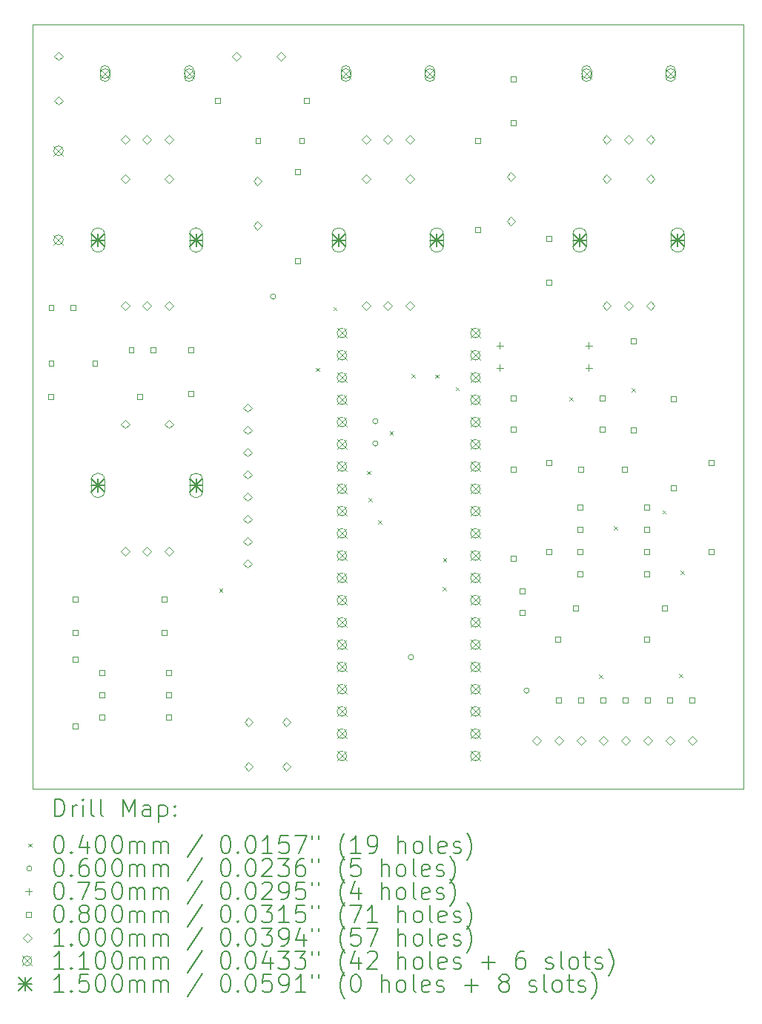
<source format=gbr>
%TF.GenerationSoftware,KiCad,Pcbnew,7.0.10*%
%TF.CreationDate,2024-03-12T16:09:05+01:00*%
%TF.ProjectId,DaisyPedal,44616973-7950-4656-9461-6c2e6b696361,1.0*%
%TF.SameCoordinates,Original*%
%TF.FileFunction,Drillmap*%
%TF.FilePolarity,Positive*%
%FSLAX45Y45*%
G04 Gerber Fmt 4.5, Leading zero omitted, Abs format (unit mm)*
G04 Created by KiCad (PCBNEW 7.0.10) date 2024-03-12 16:09:05*
%MOMM*%
%LPD*%
G01*
G04 APERTURE LIST*
%ADD10C,0.100000*%
%ADD11C,0.200000*%
%ADD12C,0.110000*%
%ADD13C,0.150000*%
G04 APERTURE END LIST*
D10*
X2940000Y-2940000D02*
X11060000Y-2940000D01*
X11060000Y-11660000D01*
X2940000Y-11660000D01*
X2940000Y-2940000D01*
D11*
D10*
X5072700Y-9378000D02*
X5112700Y-9418000D01*
X5112700Y-9378000D02*
X5072700Y-9418000D01*
X6177600Y-6858320D02*
X6217600Y-6898320D01*
X6217600Y-6858320D02*
X6177600Y-6898320D01*
X6378260Y-6162360D02*
X6418260Y-6202360D01*
X6418260Y-6162360D02*
X6378260Y-6202360D01*
X6764340Y-8034340D02*
X6804340Y-8074340D01*
X6804340Y-8034340D02*
X6764340Y-8074340D01*
X6782120Y-8341680D02*
X6822120Y-8381680D01*
X6822120Y-8341680D02*
X6782120Y-8381680D01*
X6891340Y-8598220D02*
X6931340Y-8638220D01*
X6931340Y-8598220D02*
X6891340Y-8638220D01*
X7020880Y-7582220D02*
X7060880Y-7622220D01*
X7060880Y-7582220D02*
X7020880Y-7622220D01*
X7272340Y-6929440D02*
X7312340Y-6969440D01*
X7312340Y-6929440D02*
X7272340Y-6969440D01*
X7539040Y-6934520D02*
X7579040Y-6974520D01*
X7579040Y-6934520D02*
X7539040Y-6974520D01*
X7627940Y-9357680D02*
X7667940Y-9397680D01*
X7667940Y-9357680D02*
X7627940Y-9397680D01*
X7630480Y-9027480D02*
X7670480Y-9067480D01*
X7670480Y-9027480D02*
X7630480Y-9067480D01*
X7775260Y-7076760D02*
X7815260Y-7116760D01*
X7815260Y-7076760D02*
X7775260Y-7116760D01*
X9073200Y-7193600D02*
X9113200Y-7233600D01*
X9113200Y-7193600D02*
X9073200Y-7233600D01*
X9411020Y-10355900D02*
X9451020Y-10395900D01*
X9451020Y-10355900D02*
X9411020Y-10395900D01*
X9581200Y-8666800D02*
X9621200Y-8706800D01*
X9621200Y-8666800D02*
X9581200Y-8706800D01*
X9784400Y-7092000D02*
X9824400Y-7132000D01*
X9824400Y-7092000D02*
X9784400Y-7132000D01*
X10137460Y-8483920D02*
X10177460Y-8523920D01*
X10177460Y-8483920D02*
X10137460Y-8523920D01*
X10325420Y-10348280D02*
X10365420Y-10388280D01*
X10365420Y-10348280D02*
X10325420Y-10388280D01*
X10343200Y-9174800D02*
X10383200Y-9214800D01*
X10383200Y-9174800D02*
X10343200Y-9214800D01*
X5719600Y-6045200D02*
G75*
G03*
X5659600Y-6045200I-30000J0D01*
G01*
X5659600Y-6045200D02*
G75*
G03*
X5719600Y-6045200I30000J0D01*
G01*
X6888000Y-7467600D02*
G75*
G03*
X6828000Y-7467600I-30000J0D01*
G01*
X6828000Y-7467600D02*
G75*
G03*
X6888000Y-7467600I30000J0D01*
G01*
X6888000Y-7721600D02*
G75*
G03*
X6828000Y-7721600I-30000J0D01*
G01*
X6828000Y-7721600D02*
G75*
G03*
X6888000Y-7721600I30000J0D01*
G01*
X7294400Y-10160000D02*
G75*
G03*
X7234400Y-10160000I-30000J0D01*
G01*
X7234400Y-10160000D02*
G75*
G03*
X7294400Y-10160000I30000J0D01*
G01*
X8615200Y-10541000D02*
G75*
G03*
X8555200Y-10541000I-30000J0D01*
G01*
X8555200Y-10541000D02*
G75*
G03*
X8615200Y-10541000I30000J0D01*
G01*
X8280400Y-6566500D02*
X8280400Y-6641500D01*
X8242900Y-6604000D02*
X8317900Y-6604000D01*
X8280400Y-6820500D02*
X8280400Y-6895500D01*
X8242900Y-6858000D02*
X8317900Y-6858000D01*
X9296400Y-6566500D02*
X9296400Y-6641500D01*
X9258900Y-6604000D02*
X9333900Y-6604000D01*
X9296400Y-6820500D02*
X9296400Y-6895500D01*
X9258900Y-6858000D02*
X9333900Y-6858000D01*
X3177884Y-7216484D02*
X3177884Y-7159915D01*
X3121315Y-7159915D01*
X3121315Y-7216484D01*
X3177884Y-7216484D01*
X3181884Y-6200484D02*
X3181884Y-6143915D01*
X3125315Y-6143915D01*
X3125315Y-6200484D01*
X3181884Y-6200484D01*
X3181884Y-6835484D02*
X3181884Y-6778915D01*
X3125315Y-6778915D01*
X3125315Y-6835484D01*
X3181884Y-6835484D01*
X3431884Y-6200484D02*
X3431884Y-6143915D01*
X3375315Y-6143915D01*
X3375315Y-6200484D01*
X3431884Y-6200484D01*
X3457284Y-9527885D02*
X3457284Y-9471316D01*
X3400715Y-9471316D01*
X3400715Y-9527885D01*
X3457284Y-9527885D01*
X3457284Y-9908885D02*
X3457284Y-9852316D01*
X3400715Y-9852316D01*
X3400715Y-9908885D01*
X3457284Y-9908885D01*
X3457284Y-10213685D02*
X3457284Y-10157116D01*
X3400715Y-10157116D01*
X3400715Y-10213685D01*
X3457284Y-10213685D01*
X3457284Y-10975685D02*
X3457284Y-10919116D01*
X3400715Y-10919116D01*
X3400715Y-10975685D01*
X3457284Y-10975685D01*
X3681884Y-6835484D02*
X3681884Y-6778915D01*
X3625315Y-6778915D01*
X3625315Y-6835484D01*
X3681884Y-6835484D01*
X3762084Y-10366085D02*
X3762084Y-10309516D01*
X3705515Y-10309516D01*
X3705515Y-10366085D01*
X3762084Y-10366085D01*
X3762084Y-10620085D02*
X3762084Y-10563516D01*
X3705515Y-10563516D01*
X3705515Y-10620085D01*
X3762084Y-10620085D01*
X3762084Y-10874085D02*
X3762084Y-10817516D01*
X3705515Y-10817516D01*
X3705515Y-10874085D01*
X3762084Y-10874085D01*
X4096284Y-6683084D02*
X4096284Y-6626515D01*
X4039715Y-6626515D01*
X4039715Y-6683084D01*
X4096284Y-6683084D01*
X4193884Y-7216484D02*
X4193884Y-7159915D01*
X4137315Y-7159915D01*
X4137315Y-7216484D01*
X4193884Y-7216484D01*
X4346285Y-6683084D02*
X4346285Y-6626515D01*
X4289716Y-6626515D01*
X4289716Y-6683084D01*
X4346285Y-6683084D01*
X4473285Y-9527885D02*
X4473285Y-9471316D01*
X4416716Y-9471316D01*
X4416716Y-9527885D01*
X4473285Y-9527885D01*
X4473285Y-9908885D02*
X4473285Y-9852316D01*
X4416716Y-9852316D01*
X4416716Y-9908885D01*
X4473285Y-9908885D01*
X4524085Y-10366085D02*
X4524085Y-10309516D01*
X4467516Y-10309516D01*
X4467516Y-10366085D01*
X4524085Y-10366085D01*
X4524085Y-10620085D02*
X4524085Y-10563516D01*
X4467516Y-10563516D01*
X4467516Y-10620085D01*
X4524085Y-10620085D01*
X4524085Y-10874085D02*
X4524085Y-10817516D01*
X4467516Y-10817516D01*
X4467516Y-10874085D01*
X4524085Y-10874085D01*
X4778085Y-6683084D02*
X4778085Y-6626515D01*
X4721516Y-6626515D01*
X4721516Y-6683084D01*
X4778085Y-6683084D01*
X4778085Y-7183084D02*
X4778085Y-7126515D01*
X4721516Y-7126515D01*
X4721516Y-7183084D01*
X4778085Y-7183084D01*
X5082885Y-3838284D02*
X5082885Y-3781715D01*
X5026316Y-3781715D01*
X5026316Y-3838284D01*
X5082885Y-3838284D01*
X5544085Y-4295485D02*
X5544085Y-4238916D01*
X5487516Y-4238916D01*
X5487516Y-4295485D01*
X5544085Y-4295485D01*
X5997284Y-4651085D02*
X5997284Y-4594516D01*
X5940715Y-4594516D01*
X5940715Y-4651085D01*
X5997284Y-4651085D01*
X5997284Y-5667084D02*
X5997284Y-5610515D01*
X5940715Y-5610515D01*
X5940715Y-5667084D01*
X5997284Y-5667084D01*
X6044084Y-4295485D02*
X6044084Y-4238916D01*
X5987515Y-4238916D01*
X5987515Y-4295485D01*
X6044084Y-4295485D01*
X6098884Y-3838284D02*
X6098884Y-3781715D01*
X6042315Y-3781715D01*
X6042315Y-3838284D01*
X6098884Y-3838284D01*
X8054684Y-4295485D02*
X8054684Y-4238916D01*
X7998115Y-4238916D01*
X7998115Y-4295485D01*
X8054684Y-4295485D01*
X8054684Y-5311485D02*
X8054684Y-5254916D01*
X7998115Y-5254916D01*
X7998115Y-5311485D01*
X8054684Y-5311485D01*
X8461085Y-3592284D02*
X8461085Y-3535715D01*
X8404516Y-3535715D01*
X8404516Y-3592284D01*
X8461085Y-3592284D01*
X8461085Y-4092284D02*
X8461085Y-4035715D01*
X8404516Y-4035715D01*
X8404516Y-4092284D01*
X8461085Y-4092284D01*
X8461085Y-7229184D02*
X8461085Y-7172615D01*
X8404516Y-7172615D01*
X8404516Y-7229184D01*
X8461085Y-7229184D01*
X8461085Y-7584784D02*
X8461085Y-7528215D01*
X8404516Y-7528215D01*
X8404516Y-7584784D01*
X8461085Y-7584784D01*
X8461085Y-8041984D02*
X8461085Y-7985415D01*
X8404516Y-7985415D01*
X8404516Y-8041984D01*
X8461085Y-8041984D01*
X8461085Y-9057985D02*
X8461085Y-9001416D01*
X8404516Y-9001416D01*
X8404516Y-9057985D01*
X8461085Y-9057985D01*
X8562685Y-9430285D02*
X8562685Y-9373716D01*
X8506116Y-9373716D01*
X8506116Y-9430285D01*
X8562685Y-9430285D01*
X8562685Y-9680285D02*
X8562685Y-9623716D01*
X8506116Y-9623716D01*
X8506116Y-9680285D01*
X8562685Y-9680285D01*
X8867485Y-5413085D02*
X8867485Y-5356516D01*
X8810916Y-5356516D01*
X8810916Y-5413085D01*
X8867485Y-5413085D01*
X8867485Y-5913084D02*
X8867485Y-5856515D01*
X8810916Y-5856515D01*
X8810916Y-5913084D01*
X8867485Y-5913084D01*
X8867485Y-7965784D02*
X8867485Y-7909215D01*
X8810916Y-7909215D01*
X8810916Y-7965784D01*
X8867485Y-7965784D01*
X8867485Y-8981785D02*
X8867485Y-8925216D01*
X8810916Y-8925216D01*
X8810916Y-8981785D01*
X8867485Y-8981785D01*
X8969085Y-9985085D02*
X8969085Y-9928516D01*
X8912516Y-9928516D01*
X8912516Y-9985085D01*
X8969085Y-9985085D01*
X8978285Y-10678285D02*
X8978285Y-10621716D01*
X8921716Y-10621716D01*
X8921716Y-10678285D01*
X8978285Y-10678285D01*
X9172285Y-9629485D02*
X9172285Y-9572916D01*
X9115716Y-9572916D01*
X9115716Y-9629485D01*
X9172285Y-9629485D01*
X9223085Y-8473785D02*
X9223085Y-8417216D01*
X9166516Y-8417216D01*
X9166516Y-8473785D01*
X9223085Y-8473785D01*
X9223085Y-8727785D02*
X9223085Y-8671216D01*
X9166516Y-8671216D01*
X9166516Y-8727785D01*
X9223085Y-8727785D01*
X9223085Y-8981785D02*
X9223085Y-8925216D01*
X9166516Y-8925216D01*
X9166516Y-8981785D01*
X9223085Y-8981785D01*
X9223085Y-9235785D02*
X9223085Y-9179216D01*
X9166516Y-9179216D01*
X9166516Y-9235785D01*
X9223085Y-9235785D01*
X9231085Y-8041984D02*
X9231085Y-7985415D01*
X9174516Y-7985415D01*
X9174516Y-8041984D01*
X9231085Y-8041984D01*
X9232285Y-10678285D02*
X9232285Y-10621716D01*
X9175716Y-10621716D01*
X9175716Y-10678285D01*
X9232285Y-10678285D01*
X9477085Y-7229184D02*
X9477085Y-7172615D01*
X9420516Y-7172615D01*
X9420516Y-7229184D01*
X9477085Y-7229184D01*
X9477085Y-7584784D02*
X9477085Y-7528215D01*
X9420516Y-7528215D01*
X9420516Y-7584784D01*
X9477085Y-7584784D01*
X9486285Y-10678285D02*
X9486285Y-10621716D01*
X9429716Y-10621716D01*
X9429716Y-10678285D01*
X9486285Y-10678285D01*
X9731085Y-8041984D02*
X9731085Y-7985415D01*
X9674516Y-7985415D01*
X9674516Y-8041984D01*
X9731085Y-8041984D01*
X9740285Y-10678285D02*
X9740285Y-10621716D01*
X9683716Y-10621716D01*
X9683716Y-10678285D01*
X9740285Y-10678285D01*
X9832685Y-6581484D02*
X9832685Y-6524915D01*
X9776116Y-6524915D01*
X9776116Y-6581484D01*
X9832685Y-6581484D01*
X9832685Y-7597484D02*
X9832685Y-7540915D01*
X9776116Y-7540915D01*
X9776116Y-7597484D01*
X9832685Y-7597484D01*
X9985085Y-8473785D02*
X9985085Y-8417216D01*
X9928516Y-8417216D01*
X9928516Y-8473785D01*
X9985085Y-8473785D01*
X9985085Y-8727785D02*
X9985085Y-8671216D01*
X9928516Y-8671216D01*
X9928516Y-8727785D01*
X9985085Y-8727785D01*
X9985085Y-8981785D02*
X9985085Y-8925216D01*
X9928516Y-8925216D01*
X9928516Y-8981785D01*
X9985085Y-8981785D01*
X9985085Y-9235785D02*
X9985085Y-9179216D01*
X9928516Y-9179216D01*
X9928516Y-9235785D01*
X9985085Y-9235785D01*
X9985085Y-9985085D02*
X9985085Y-9928516D01*
X9928516Y-9928516D01*
X9928516Y-9985085D01*
X9985085Y-9985085D01*
X9994285Y-10678285D02*
X9994285Y-10621716D01*
X9937716Y-10621716D01*
X9937716Y-10678285D01*
X9994285Y-10678285D01*
X10188285Y-9629485D02*
X10188285Y-9572916D01*
X10131716Y-9572916D01*
X10131716Y-9629485D01*
X10188285Y-9629485D01*
X10248285Y-10678285D02*
X10248285Y-10621716D01*
X10191716Y-10621716D01*
X10191716Y-10678285D01*
X10248285Y-10678285D01*
X10289885Y-7241884D02*
X10289885Y-7185315D01*
X10233316Y-7185315D01*
X10233316Y-7241884D01*
X10289885Y-7241884D01*
X10289885Y-8257884D02*
X10289885Y-8201315D01*
X10233316Y-8201315D01*
X10233316Y-8257884D01*
X10289885Y-8257884D01*
X10502285Y-10678285D02*
X10502285Y-10621716D01*
X10445716Y-10621716D01*
X10445716Y-10678285D01*
X10502285Y-10678285D01*
X10721685Y-7965784D02*
X10721685Y-7909215D01*
X10665116Y-7909215D01*
X10665116Y-7965784D01*
X10721685Y-7965784D01*
X10721685Y-8981785D02*
X10721685Y-8925216D01*
X10665116Y-8925216D01*
X10665116Y-8981785D01*
X10721685Y-8981785D01*
X3238500Y-3350500D02*
X3288500Y-3300500D01*
X3238500Y-3250500D01*
X3188500Y-3300500D01*
X3238500Y-3350500D01*
X3238500Y-3858500D02*
X3288500Y-3808500D01*
X3238500Y-3758500D01*
X3188500Y-3808500D01*
X3238500Y-3858500D01*
X4000000Y-4300000D02*
X4050000Y-4250000D01*
X4000000Y-4200000D01*
X3950000Y-4250000D01*
X4000000Y-4300000D01*
X4000000Y-4750000D02*
X4050000Y-4700000D01*
X4000000Y-4650000D01*
X3950000Y-4700000D01*
X4000000Y-4750000D01*
X4000000Y-6200000D02*
X4050000Y-6150000D01*
X4000000Y-6100000D01*
X3950000Y-6150000D01*
X4000000Y-6200000D01*
X4000000Y-7550000D02*
X4050000Y-7500000D01*
X4000000Y-7450000D01*
X3950000Y-7500000D01*
X4000000Y-7550000D01*
X4000000Y-9000000D02*
X4050000Y-8950000D01*
X4000000Y-8900000D01*
X3950000Y-8950000D01*
X4000000Y-9000000D01*
X4250000Y-4300000D02*
X4300000Y-4250000D01*
X4250000Y-4200000D01*
X4200000Y-4250000D01*
X4250000Y-4300000D01*
X4250000Y-6200000D02*
X4300000Y-6150000D01*
X4250000Y-6100000D01*
X4200000Y-6150000D01*
X4250000Y-6200000D01*
X4250000Y-9000000D02*
X4300000Y-8950000D01*
X4250000Y-8900000D01*
X4200000Y-8950000D01*
X4250000Y-9000000D01*
X4500000Y-4300000D02*
X4550000Y-4250000D01*
X4500000Y-4200000D01*
X4450000Y-4250000D01*
X4500000Y-4300000D01*
X4500000Y-4750000D02*
X4550000Y-4700000D01*
X4500000Y-4650000D01*
X4450000Y-4700000D01*
X4500000Y-4750000D01*
X4500000Y-6200000D02*
X4550000Y-6150000D01*
X4500000Y-6100000D01*
X4450000Y-6150000D01*
X4500000Y-6200000D01*
X4500000Y-7550000D02*
X4550000Y-7500000D01*
X4500000Y-7450000D01*
X4450000Y-7500000D01*
X4500000Y-7550000D01*
X4500000Y-9000000D02*
X4550000Y-8950000D01*
X4500000Y-8900000D01*
X4450000Y-8950000D01*
X4500000Y-9000000D01*
X5270500Y-3352000D02*
X5320500Y-3302000D01*
X5270500Y-3252000D01*
X5220500Y-3302000D01*
X5270500Y-3352000D01*
X5400000Y-7364000D02*
X5450000Y-7314000D01*
X5400000Y-7264000D01*
X5350000Y-7314000D01*
X5400000Y-7364000D01*
X5400000Y-7618000D02*
X5450000Y-7568000D01*
X5400000Y-7518000D01*
X5350000Y-7568000D01*
X5400000Y-7618000D01*
X5400000Y-7872000D02*
X5450000Y-7822000D01*
X5400000Y-7772000D01*
X5350000Y-7822000D01*
X5400000Y-7872000D01*
X5400000Y-8126000D02*
X5450000Y-8076000D01*
X5400000Y-8026000D01*
X5350000Y-8076000D01*
X5400000Y-8126000D01*
X5400000Y-8380000D02*
X5450000Y-8330000D01*
X5400000Y-8280000D01*
X5350000Y-8330000D01*
X5400000Y-8380000D01*
X5400000Y-8634000D02*
X5450000Y-8584000D01*
X5400000Y-8534000D01*
X5350000Y-8584000D01*
X5400000Y-8634000D01*
X5400000Y-8888000D02*
X5450000Y-8838000D01*
X5400000Y-8788000D01*
X5350000Y-8838000D01*
X5400000Y-8888000D01*
X5400000Y-9142000D02*
X5450000Y-9092000D01*
X5400000Y-9042000D01*
X5350000Y-9092000D01*
X5400000Y-9142000D01*
X5410200Y-10948100D02*
X5460200Y-10898100D01*
X5410200Y-10848100D01*
X5360200Y-10898100D01*
X5410200Y-10948100D01*
X5410200Y-11456100D02*
X5460200Y-11406100D01*
X5410200Y-11356100D01*
X5360200Y-11406100D01*
X5410200Y-11456100D01*
X5511800Y-4775900D02*
X5561800Y-4725900D01*
X5511800Y-4675900D01*
X5461800Y-4725900D01*
X5511800Y-4775900D01*
X5511800Y-5283900D02*
X5561800Y-5233900D01*
X5511800Y-5183900D01*
X5461800Y-5233900D01*
X5511800Y-5283900D01*
X5778500Y-3352000D02*
X5828500Y-3302000D01*
X5778500Y-3252000D01*
X5728500Y-3302000D01*
X5778500Y-3352000D01*
X5842000Y-10948100D02*
X5892000Y-10898100D01*
X5842000Y-10848100D01*
X5792000Y-10898100D01*
X5842000Y-10948100D01*
X5842000Y-11456100D02*
X5892000Y-11406100D01*
X5842000Y-11356100D01*
X5792000Y-11406100D01*
X5842000Y-11456100D01*
X6750000Y-4300000D02*
X6800000Y-4250000D01*
X6750000Y-4200000D01*
X6700000Y-4250000D01*
X6750000Y-4300000D01*
X6750000Y-4750000D02*
X6800000Y-4700000D01*
X6750000Y-4650000D01*
X6700000Y-4700000D01*
X6750000Y-4750000D01*
X6750000Y-6200000D02*
X6800000Y-6150000D01*
X6750000Y-6100000D01*
X6700000Y-6150000D01*
X6750000Y-6200000D01*
X7000000Y-4300000D02*
X7050000Y-4250000D01*
X7000000Y-4200000D01*
X6950000Y-4250000D01*
X7000000Y-4300000D01*
X7000000Y-6200000D02*
X7050000Y-6150000D01*
X7000000Y-6100000D01*
X6950000Y-6150000D01*
X7000000Y-6200000D01*
X7250000Y-4300000D02*
X7300000Y-4250000D01*
X7250000Y-4200000D01*
X7200000Y-4250000D01*
X7250000Y-4300000D01*
X7250000Y-4750000D02*
X7300000Y-4700000D01*
X7250000Y-4650000D01*
X7200000Y-4700000D01*
X7250000Y-4750000D01*
X7250000Y-6200000D02*
X7300000Y-6150000D01*
X7250000Y-6100000D01*
X7200000Y-6150000D01*
X7250000Y-6200000D01*
X8407400Y-4723600D02*
X8457400Y-4673600D01*
X8407400Y-4623600D01*
X8357400Y-4673600D01*
X8407400Y-4723600D01*
X8407400Y-5231600D02*
X8457400Y-5181600D01*
X8407400Y-5131600D01*
X8357400Y-5181600D01*
X8407400Y-5231600D01*
X8699500Y-11162500D02*
X8749500Y-11112500D01*
X8699500Y-11062500D01*
X8649500Y-11112500D01*
X8699500Y-11162500D01*
X8953500Y-11162500D02*
X9003500Y-11112500D01*
X8953500Y-11062500D01*
X8903500Y-11112500D01*
X8953500Y-11162500D01*
X9207500Y-11162500D02*
X9257500Y-11112500D01*
X9207500Y-11062500D01*
X9157500Y-11112500D01*
X9207500Y-11162500D01*
X9461500Y-11162500D02*
X9511500Y-11112500D01*
X9461500Y-11062500D01*
X9411500Y-11112500D01*
X9461500Y-11162500D01*
X9500000Y-4300000D02*
X9550000Y-4250000D01*
X9500000Y-4200000D01*
X9450000Y-4250000D01*
X9500000Y-4300000D01*
X9500000Y-4750000D02*
X9550000Y-4700000D01*
X9500000Y-4650000D01*
X9450000Y-4700000D01*
X9500000Y-4750000D01*
X9500000Y-6200000D02*
X9550000Y-6150000D01*
X9500000Y-6100000D01*
X9450000Y-6150000D01*
X9500000Y-6200000D01*
X9715500Y-11162500D02*
X9765500Y-11112500D01*
X9715500Y-11062500D01*
X9665500Y-11112500D01*
X9715500Y-11162500D01*
X9750000Y-4300000D02*
X9800000Y-4250000D01*
X9750000Y-4200000D01*
X9700000Y-4250000D01*
X9750000Y-4300000D01*
X9750000Y-6200000D02*
X9800000Y-6150000D01*
X9750000Y-6100000D01*
X9700000Y-6150000D01*
X9750000Y-6200000D01*
X9969500Y-11162500D02*
X10019500Y-11112500D01*
X9969500Y-11062500D01*
X9919500Y-11112500D01*
X9969500Y-11162500D01*
X10000000Y-4300000D02*
X10050000Y-4250000D01*
X10000000Y-4200000D01*
X9950000Y-4250000D01*
X10000000Y-4300000D01*
X10000000Y-4750000D02*
X10050000Y-4700000D01*
X10000000Y-4650000D01*
X9950000Y-4700000D01*
X10000000Y-4750000D01*
X10000000Y-6200000D02*
X10050000Y-6150000D01*
X10000000Y-6100000D01*
X9950000Y-6150000D01*
X10000000Y-6200000D01*
X10223500Y-11162500D02*
X10273500Y-11112500D01*
X10223500Y-11062500D01*
X10173500Y-11112500D01*
X10223500Y-11162500D01*
X10477500Y-11162500D02*
X10527500Y-11112500D01*
X10477500Y-11062500D01*
X10427500Y-11112500D01*
X10477500Y-11162500D01*
D12*
X3183500Y-4326500D02*
X3293500Y-4436500D01*
X3293500Y-4326500D02*
X3183500Y-4436500D01*
X3293500Y-4381500D02*
G75*
G03*
X3183500Y-4381500I-55000J0D01*
G01*
X3183500Y-4381500D02*
G75*
G03*
X3293500Y-4381500I55000J0D01*
G01*
X3183500Y-5342500D02*
X3293500Y-5452500D01*
X3293500Y-5342500D02*
X3183500Y-5452500D01*
X3293500Y-5397500D02*
G75*
G03*
X3183500Y-5397500I-55000J0D01*
G01*
X3183500Y-5397500D02*
G75*
G03*
X3293500Y-5397500I55000J0D01*
G01*
X3715000Y-3445000D02*
X3825000Y-3555000D01*
X3825000Y-3445000D02*
X3715000Y-3555000D01*
X3825000Y-3500000D02*
G75*
G03*
X3715000Y-3500000I-55000J0D01*
G01*
X3715000Y-3500000D02*
G75*
G03*
X3825000Y-3500000I55000J0D01*
G01*
D10*
X3715000Y-3465000D02*
X3715000Y-3535000D01*
X3715000Y-3535000D02*
G75*
G03*
X3825000Y-3535000I55000J0D01*
G01*
X3825000Y-3535000D02*
X3825000Y-3465000D01*
X3825000Y-3465000D02*
G75*
G03*
X3715000Y-3465000I-55000J0D01*
G01*
D12*
X4675000Y-3445000D02*
X4785000Y-3555000D01*
X4785000Y-3445000D02*
X4675000Y-3555000D01*
X4785000Y-3500000D02*
G75*
G03*
X4675000Y-3500000I-55000J0D01*
G01*
X4675000Y-3500000D02*
G75*
G03*
X4785000Y-3500000I55000J0D01*
G01*
D10*
X4675000Y-3465000D02*
X4675000Y-3535000D01*
X4675000Y-3535000D02*
G75*
G03*
X4785000Y-3535000I55000J0D01*
G01*
X4785000Y-3535000D02*
X4785000Y-3465000D01*
X4785000Y-3465000D02*
G75*
G03*
X4675000Y-3465000I-55000J0D01*
G01*
D12*
X6421000Y-6405000D02*
X6531000Y-6515000D01*
X6531000Y-6405000D02*
X6421000Y-6515000D01*
X6531000Y-6460000D02*
G75*
G03*
X6421000Y-6460000I-55000J0D01*
G01*
X6421000Y-6460000D02*
G75*
G03*
X6531000Y-6460000I55000J0D01*
G01*
X6421000Y-6659000D02*
X6531000Y-6769000D01*
X6531000Y-6659000D02*
X6421000Y-6769000D01*
X6531000Y-6714000D02*
G75*
G03*
X6421000Y-6714000I-55000J0D01*
G01*
X6421000Y-6714000D02*
G75*
G03*
X6531000Y-6714000I55000J0D01*
G01*
X6421000Y-6913000D02*
X6531000Y-7023000D01*
X6531000Y-6913000D02*
X6421000Y-7023000D01*
X6531000Y-6968000D02*
G75*
G03*
X6421000Y-6968000I-55000J0D01*
G01*
X6421000Y-6968000D02*
G75*
G03*
X6531000Y-6968000I55000J0D01*
G01*
X6421000Y-7167000D02*
X6531000Y-7277000D01*
X6531000Y-7167000D02*
X6421000Y-7277000D01*
X6531000Y-7222000D02*
G75*
G03*
X6421000Y-7222000I-55000J0D01*
G01*
X6421000Y-7222000D02*
G75*
G03*
X6531000Y-7222000I55000J0D01*
G01*
X6421000Y-7421000D02*
X6531000Y-7531000D01*
X6531000Y-7421000D02*
X6421000Y-7531000D01*
X6531000Y-7476000D02*
G75*
G03*
X6421000Y-7476000I-55000J0D01*
G01*
X6421000Y-7476000D02*
G75*
G03*
X6531000Y-7476000I55000J0D01*
G01*
X6421000Y-7675000D02*
X6531000Y-7785000D01*
X6531000Y-7675000D02*
X6421000Y-7785000D01*
X6531000Y-7730000D02*
G75*
G03*
X6421000Y-7730000I-55000J0D01*
G01*
X6421000Y-7730000D02*
G75*
G03*
X6531000Y-7730000I55000J0D01*
G01*
X6421000Y-7929000D02*
X6531000Y-8039000D01*
X6531000Y-7929000D02*
X6421000Y-8039000D01*
X6531000Y-7984000D02*
G75*
G03*
X6421000Y-7984000I-55000J0D01*
G01*
X6421000Y-7984000D02*
G75*
G03*
X6531000Y-7984000I55000J0D01*
G01*
X6421000Y-8183000D02*
X6531000Y-8293000D01*
X6531000Y-8183000D02*
X6421000Y-8293000D01*
X6531000Y-8238000D02*
G75*
G03*
X6421000Y-8238000I-55000J0D01*
G01*
X6421000Y-8238000D02*
G75*
G03*
X6531000Y-8238000I55000J0D01*
G01*
X6421000Y-8437000D02*
X6531000Y-8547000D01*
X6531000Y-8437000D02*
X6421000Y-8547000D01*
X6531000Y-8492000D02*
G75*
G03*
X6421000Y-8492000I-55000J0D01*
G01*
X6421000Y-8492000D02*
G75*
G03*
X6531000Y-8492000I55000J0D01*
G01*
X6421000Y-8691000D02*
X6531000Y-8801000D01*
X6531000Y-8691000D02*
X6421000Y-8801000D01*
X6531000Y-8746000D02*
G75*
G03*
X6421000Y-8746000I-55000J0D01*
G01*
X6421000Y-8746000D02*
G75*
G03*
X6531000Y-8746000I55000J0D01*
G01*
X6421000Y-8945000D02*
X6531000Y-9055000D01*
X6531000Y-8945000D02*
X6421000Y-9055000D01*
X6531000Y-9000000D02*
G75*
G03*
X6421000Y-9000000I-55000J0D01*
G01*
X6421000Y-9000000D02*
G75*
G03*
X6531000Y-9000000I55000J0D01*
G01*
X6421000Y-9199000D02*
X6531000Y-9309000D01*
X6531000Y-9199000D02*
X6421000Y-9309000D01*
X6531000Y-9254000D02*
G75*
G03*
X6421000Y-9254000I-55000J0D01*
G01*
X6421000Y-9254000D02*
G75*
G03*
X6531000Y-9254000I55000J0D01*
G01*
X6421000Y-9453000D02*
X6531000Y-9563000D01*
X6531000Y-9453000D02*
X6421000Y-9563000D01*
X6531000Y-9508000D02*
G75*
G03*
X6421000Y-9508000I-55000J0D01*
G01*
X6421000Y-9508000D02*
G75*
G03*
X6531000Y-9508000I55000J0D01*
G01*
X6421000Y-9707000D02*
X6531000Y-9817000D01*
X6531000Y-9707000D02*
X6421000Y-9817000D01*
X6531000Y-9762000D02*
G75*
G03*
X6421000Y-9762000I-55000J0D01*
G01*
X6421000Y-9762000D02*
G75*
G03*
X6531000Y-9762000I55000J0D01*
G01*
X6421000Y-9961000D02*
X6531000Y-10071000D01*
X6531000Y-9961000D02*
X6421000Y-10071000D01*
X6531000Y-10016000D02*
G75*
G03*
X6421000Y-10016000I-55000J0D01*
G01*
X6421000Y-10016000D02*
G75*
G03*
X6531000Y-10016000I55000J0D01*
G01*
X6421000Y-10215000D02*
X6531000Y-10325000D01*
X6531000Y-10215000D02*
X6421000Y-10325000D01*
X6531000Y-10270000D02*
G75*
G03*
X6421000Y-10270000I-55000J0D01*
G01*
X6421000Y-10270000D02*
G75*
G03*
X6531000Y-10270000I55000J0D01*
G01*
X6421000Y-10469000D02*
X6531000Y-10579000D01*
X6531000Y-10469000D02*
X6421000Y-10579000D01*
X6531000Y-10524000D02*
G75*
G03*
X6421000Y-10524000I-55000J0D01*
G01*
X6421000Y-10524000D02*
G75*
G03*
X6531000Y-10524000I55000J0D01*
G01*
X6421000Y-10723000D02*
X6531000Y-10833000D01*
X6531000Y-10723000D02*
X6421000Y-10833000D01*
X6531000Y-10778000D02*
G75*
G03*
X6421000Y-10778000I-55000J0D01*
G01*
X6421000Y-10778000D02*
G75*
G03*
X6531000Y-10778000I55000J0D01*
G01*
X6421000Y-10977000D02*
X6531000Y-11087000D01*
X6531000Y-10977000D02*
X6421000Y-11087000D01*
X6531000Y-11032000D02*
G75*
G03*
X6421000Y-11032000I-55000J0D01*
G01*
X6421000Y-11032000D02*
G75*
G03*
X6531000Y-11032000I55000J0D01*
G01*
X6421000Y-11231000D02*
X6531000Y-11341000D01*
X6531000Y-11231000D02*
X6421000Y-11341000D01*
X6531000Y-11286000D02*
G75*
G03*
X6421000Y-11286000I-55000J0D01*
G01*
X6421000Y-11286000D02*
G75*
G03*
X6531000Y-11286000I55000J0D01*
G01*
X6465000Y-3445000D02*
X6575000Y-3555000D01*
X6575000Y-3445000D02*
X6465000Y-3555000D01*
X6575000Y-3500000D02*
G75*
G03*
X6465000Y-3500000I-55000J0D01*
G01*
X6465000Y-3500000D02*
G75*
G03*
X6575000Y-3500000I55000J0D01*
G01*
D10*
X6465000Y-3465000D02*
X6465000Y-3535000D01*
X6465000Y-3535000D02*
G75*
G03*
X6575000Y-3535000I55000J0D01*
G01*
X6575000Y-3535000D02*
X6575000Y-3465000D01*
X6575000Y-3465000D02*
G75*
G03*
X6465000Y-3465000I-55000J0D01*
G01*
D12*
X7425000Y-3445000D02*
X7535000Y-3555000D01*
X7535000Y-3445000D02*
X7425000Y-3555000D01*
X7535000Y-3500000D02*
G75*
G03*
X7425000Y-3500000I-55000J0D01*
G01*
X7425000Y-3500000D02*
G75*
G03*
X7535000Y-3500000I55000J0D01*
G01*
D10*
X7425000Y-3465000D02*
X7425000Y-3535000D01*
X7425000Y-3535000D02*
G75*
G03*
X7535000Y-3535000I55000J0D01*
G01*
X7535000Y-3535000D02*
X7535000Y-3465000D01*
X7535000Y-3465000D02*
G75*
G03*
X7425000Y-3465000I-55000J0D01*
G01*
D12*
X7945000Y-6405000D02*
X8055000Y-6515000D01*
X8055000Y-6405000D02*
X7945000Y-6515000D01*
X8055000Y-6460000D02*
G75*
G03*
X7945000Y-6460000I-55000J0D01*
G01*
X7945000Y-6460000D02*
G75*
G03*
X8055000Y-6460000I55000J0D01*
G01*
X7945000Y-6659000D02*
X8055000Y-6769000D01*
X8055000Y-6659000D02*
X7945000Y-6769000D01*
X8055000Y-6714000D02*
G75*
G03*
X7945000Y-6714000I-55000J0D01*
G01*
X7945000Y-6714000D02*
G75*
G03*
X8055000Y-6714000I55000J0D01*
G01*
X7945000Y-6913000D02*
X8055000Y-7023000D01*
X8055000Y-6913000D02*
X7945000Y-7023000D01*
X8055000Y-6968000D02*
G75*
G03*
X7945000Y-6968000I-55000J0D01*
G01*
X7945000Y-6968000D02*
G75*
G03*
X8055000Y-6968000I55000J0D01*
G01*
X7945000Y-7167000D02*
X8055000Y-7277000D01*
X8055000Y-7167000D02*
X7945000Y-7277000D01*
X8055000Y-7222000D02*
G75*
G03*
X7945000Y-7222000I-55000J0D01*
G01*
X7945000Y-7222000D02*
G75*
G03*
X8055000Y-7222000I55000J0D01*
G01*
X7945000Y-7421000D02*
X8055000Y-7531000D01*
X8055000Y-7421000D02*
X7945000Y-7531000D01*
X8055000Y-7476000D02*
G75*
G03*
X7945000Y-7476000I-55000J0D01*
G01*
X7945000Y-7476000D02*
G75*
G03*
X8055000Y-7476000I55000J0D01*
G01*
X7945000Y-7675000D02*
X8055000Y-7785000D01*
X8055000Y-7675000D02*
X7945000Y-7785000D01*
X8055000Y-7730000D02*
G75*
G03*
X7945000Y-7730000I-55000J0D01*
G01*
X7945000Y-7730000D02*
G75*
G03*
X8055000Y-7730000I55000J0D01*
G01*
X7945000Y-7929000D02*
X8055000Y-8039000D01*
X8055000Y-7929000D02*
X7945000Y-8039000D01*
X8055000Y-7984000D02*
G75*
G03*
X7945000Y-7984000I-55000J0D01*
G01*
X7945000Y-7984000D02*
G75*
G03*
X8055000Y-7984000I55000J0D01*
G01*
X7945000Y-8183000D02*
X8055000Y-8293000D01*
X8055000Y-8183000D02*
X7945000Y-8293000D01*
X8055000Y-8238000D02*
G75*
G03*
X7945000Y-8238000I-55000J0D01*
G01*
X7945000Y-8238000D02*
G75*
G03*
X8055000Y-8238000I55000J0D01*
G01*
X7945000Y-8437000D02*
X8055000Y-8547000D01*
X8055000Y-8437000D02*
X7945000Y-8547000D01*
X8055000Y-8492000D02*
G75*
G03*
X7945000Y-8492000I-55000J0D01*
G01*
X7945000Y-8492000D02*
G75*
G03*
X8055000Y-8492000I55000J0D01*
G01*
X7945000Y-8691000D02*
X8055000Y-8801000D01*
X8055000Y-8691000D02*
X7945000Y-8801000D01*
X8055000Y-8746000D02*
G75*
G03*
X7945000Y-8746000I-55000J0D01*
G01*
X7945000Y-8746000D02*
G75*
G03*
X8055000Y-8746000I55000J0D01*
G01*
X7945000Y-8945000D02*
X8055000Y-9055000D01*
X8055000Y-8945000D02*
X7945000Y-9055000D01*
X8055000Y-9000000D02*
G75*
G03*
X7945000Y-9000000I-55000J0D01*
G01*
X7945000Y-9000000D02*
G75*
G03*
X8055000Y-9000000I55000J0D01*
G01*
X7945000Y-9199000D02*
X8055000Y-9309000D01*
X8055000Y-9199000D02*
X7945000Y-9309000D01*
X8055000Y-9254000D02*
G75*
G03*
X7945000Y-9254000I-55000J0D01*
G01*
X7945000Y-9254000D02*
G75*
G03*
X8055000Y-9254000I55000J0D01*
G01*
X7945000Y-9453000D02*
X8055000Y-9563000D01*
X8055000Y-9453000D02*
X7945000Y-9563000D01*
X8055000Y-9508000D02*
G75*
G03*
X7945000Y-9508000I-55000J0D01*
G01*
X7945000Y-9508000D02*
G75*
G03*
X8055000Y-9508000I55000J0D01*
G01*
X7945000Y-9707000D02*
X8055000Y-9817000D01*
X8055000Y-9707000D02*
X7945000Y-9817000D01*
X8055000Y-9762000D02*
G75*
G03*
X7945000Y-9762000I-55000J0D01*
G01*
X7945000Y-9762000D02*
G75*
G03*
X8055000Y-9762000I55000J0D01*
G01*
X7945000Y-9961000D02*
X8055000Y-10071000D01*
X8055000Y-9961000D02*
X7945000Y-10071000D01*
X8055000Y-10016000D02*
G75*
G03*
X7945000Y-10016000I-55000J0D01*
G01*
X7945000Y-10016000D02*
G75*
G03*
X8055000Y-10016000I55000J0D01*
G01*
X7945000Y-10215000D02*
X8055000Y-10325000D01*
X8055000Y-10215000D02*
X7945000Y-10325000D01*
X8055000Y-10270000D02*
G75*
G03*
X7945000Y-10270000I-55000J0D01*
G01*
X7945000Y-10270000D02*
G75*
G03*
X8055000Y-10270000I55000J0D01*
G01*
X7945000Y-10469000D02*
X8055000Y-10579000D01*
X8055000Y-10469000D02*
X7945000Y-10579000D01*
X8055000Y-10524000D02*
G75*
G03*
X7945000Y-10524000I-55000J0D01*
G01*
X7945000Y-10524000D02*
G75*
G03*
X8055000Y-10524000I55000J0D01*
G01*
X7945000Y-10723000D02*
X8055000Y-10833000D01*
X8055000Y-10723000D02*
X7945000Y-10833000D01*
X8055000Y-10778000D02*
G75*
G03*
X7945000Y-10778000I-55000J0D01*
G01*
X7945000Y-10778000D02*
G75*
G03*
X8055000Y-10778000I55000J0D01*
G01*
X7945000Y-10977000D02*
X8055000Y-11087000D01*
X8055000Y-10977000D02*
X7945000Y-11087000D01*
X8055000Y-11032000D02*
G75*
G03*
X7945000Y-11032000I-55000J0D01*
G01*
X7945000Y-11032000D02*
G75*
G03*
X8055000Y-11032000I55000J0D01*
G01*
X7945000Y-11231000D02*
X8055000Y-11341000D01*
X8055000Y-11231000D02*
X7945000Y-11341000D01*
X8055000Y-11286000D02*
G75*
G03*
X7945000Y-11286000I-55000J0D01*
G01*
X7945000Y-11286000D02*
G75*
G03*
X8055000Y-11286000I55000J0D01*
G01*
X9215000Y-3445000D02*
X9325000Y-3555000D01*
X9325000Y-3445000D02*
X9215000Y-3555000D01*
X9325000Y-3500000D02*
G75*
G03*
X9215000Y-3500000I-55000J0D01*
G01*
X9215000Y-3500000D02*
G75*
G03*
X9325000Y-3500000I55000J0D01*
G01*
D10*
X9215000Y-3465000D02*
X9215000Y-3535000D01*
X9215000Y-3535000D02*
G75*
G03*
X9325000Y-3535000I55000J0D01*
G01*
X9325000Y-3535000D02*
X9325000Y-3465000D01*
X9325000Y-3465000D02*
G75*
G03*
X9215000Y-3465000I-55000J0D01*
G01*
D12*
X10175000Y-3445000D02*
X10285000Y-3555000D01*
X10285000Y-3445000D02*
X10175000Y-3555000D01*
X10285000Y-3500000D02*
G75*
G03*
X10175000Y-3500000I-55000J0D01*
G01*
X10175000Y-3500000D02*
G75*
G03*
X10285000Y-3500000I55000J0D01*
G01*
D10*
X10175000Y-3465000D02*
X10175000Y-3535000D01*
X10175000Y-3535000D02*
G75*
G03*
X10285000Y-3535000I55000J0D01*
G01*
X10285000Y-3535000D02*
X10285000Y-3465000D01*
X10285000Y-3465000D02*
G75*
G03*
X10175000Y-3465000I-55000J0D01*
G01*
D13*
X3615000Y-5325000D02*
X3765000Y-5475000D01*
X3765000Y-5325000D02*
X3615000Y-5475000D01*
X3690000Y-5325000D02*
X3690000Y-5475000D01*
X3615000Y-5400000D02*
X3765000Y-5400000D01*
D10*
X3765000Y-5465000D02*
X3765000Y-5335000D01*
X3765000Y-5335000D02*
G75*
G03*
X3615000Y-5335000I-75000J0D01*
G01*
X3615000Y-5335000D02*
X3615000Y-5465000D01*
X3615000Y-5465000D02*
G75*
G03*
X3765000Y-5465000I75000J0D01*
G01*
D13*
X3615000Y-8125000D02*
X3765000Y-8275000D01*
X3765000Y-8125000D02*
X3615000Y-8275000D01*
X3690000Y-8125000D02*
X3690000Y-8275000D01*
X3615000Y-8200000D02*
X3765000Y-8200000D01*
D10*
X3765000Y-8265000D02*
X3765000Y-8135000D01*
X3765000Y-8135000D02*
G75*
G03*
X3615000Y-8135000I-75000J0D01*
G01*
X3615000Y-8135000D02*
X3615000Y-8265000D01*
X3615000Y-8265000D02*
G75*
G03*
X3765000Y-8265000I75000J0D01*
G01*
D13*
X4735000Y-5325000D02*
X4885000Y-5475000D01*
X4885000Y-5325000D02*
X4735000Y-5475000D01*
X4810000Y-5325000D02*
X4810000Y-5475000D01*
X4735000Y-5400000D02*
X4885000Y-5400000D01*
D10*
X4885000Y-5465000D02*
X4885000Y-5335000D01*
X4885000Y-5335000D02*
G75*
G03*
X4735000Y-5335000I-75000J0D01*
G01*
X4735000Y-5335000D02*
X4735000Y-5465000D01*
X4735000Y-5465000D02*
G75*
G03*
X4885000Y-5465000I75000J0D01*
G01*
D13*
X4735000Y-8125000D02*
X4885000Y-8275000D01*
X4885000Y-8125000D02*
X4735000Y-8275000D01*
X4810000Y-8125000D02*
X4810000Y-8275000D01*
X4735000Y-8200000D02*
X4885000Y-8200000D01*
D10*
X4885000Y-8265000D02*
X4885000Y-8135000D01*
X4885000Y-8135000D02*
G75*
G03*
X4735000Y-8135000I-75000J0D01*
G01*
X4735000Y-8135000D02*
X4735000Y-8265000D01*
X4735000Y-8265000D02*
G75*
G03*
X4885000Y-8265000I75000J0D01*
G01*
D13*
X6365000Y-5325000D02*
X6515000Y-5475000D01*
X6515000Y-5325000D02*
X6365000Y-5475000D01*
X6440000Y-5325000D02*
X6440000Y-5475000D01*
X6365000Y-5400000D02*
X6515000Y-5400000D01*
D10*
X6515000Y-5465000D02*
X6515000Y-5335000D01*
X6515000Y-5335000D02*
G75*
G03*
X6365000Y-5335000I-75000J0D01*
G01*
X6365000Y-5335000D02*
X6365000Y-5465000D01*
X6365000Y-5465000D02*
G75*
G03*
X6515000Y-5465000I75000J0D01*
G01*
D13*
X7485000Y-5325000D02*
X7635000Y-5475000D01*
X7635000Y-5325000D02*
X7485000Y-5475000D01*
X7560000Y-5325000D02*
X7560000Y-5475000D01*
X7485000Y-5400000D02*
X7635000Y-5400000D01*
D10*
X7635000Y-5465000D02*
X7635000Y-5335000D01*
X7635000Y-5335000D02*
G75*
G03*
X7485000Y-5335000I-75000J0D01*
G01*
X7485000Y-5335000D02*
X7485000Y-5465000D01*
X7485000Y-5465000D02*
G75*
G03*
X7635000Y-5465000I75000J0D01*
G01*
D13*
X9115000Y-5325000D02*
X9265000Y-5475000D01*
X9265000Y-5325000D02*
X9115000Y-5475000D01*
X9190000Y-5325000D02*
X9190000Y-5475000D01*
X9115000Y-5400000D02*
X9265000Y-5400000D01*
D10*
X9265000Y-5465000D02*
X9265000Y-5335000D01*
X9265000Y-5335000D02*
G75*
G03*
X9115000Y-5335000I-75000J0D01*
G01*
X9115000Y-5335000D02*
X9115000Y-5465000D01*
X9115000Y-5465000D02*
G75*
G03*
X9265000Y-5465000I75000J0D01*
G01*
D13*
X10235000Y-5325000D02*
X10385000Y-5475000D01*
X10385000Y-5325000D02*
X10235000Y-5475000D01*
X10310000Y-5325000D02*
X10310000Y-5475000D01*
X10235000Y-5400000D02*
X10385000Y-5400000D01*
D10*
X10385000Y-5465000D02*
X10385000Y-5335000D01*
X10385000Y-5335000D02*
G75*
G03*
X10235000Y-5335000I-75000J0D01*
G01*
X10235000Y-5335000D02*
X10235000Y-5465000D01*
X10235000Y-5465000D02*
G75*
G03*
X10385000Y-5465000I75000J0D01*
G01*
D11*
X3195777Y-11976484D02*
X3195777Y-11776484D01*
X3195777Y-11776484D02*
X3243396Y-11776484D01*
X3243396Y-11776484D02*
X3271967Y-11786008D01*
X3271967Y-11786008D02*
X3291015Y-11805055D01*
X3291015Y-11805055D02*
X3300539Y-11824103D01*
X3300539Y-11824103D02*
X3310062Y-11862198D01*
X3310062Y-11862198D02*
X3310062Y-11890769D01*
X3310062Y-11890769D02*
X3300539Y-11928865D01*
X3300539Y-11928865D02*
X3291015Y-11947912D01*
X3291015Y-11947912D02*
X3271967Y-11966960D01*
X3271967Y-11966960D02*
X3243396Y-11976484D01*
X3243396Y-11976484D02*
X3195777Y-11976484D01*
X3395777Y-11976484D02*
X3395777Y-11843150D01*
X3395777Y-11881246D02*
X3405301Y-11862198D01*
X3405301Y-11862198D02*
X3414824Y-11852674D01*
X3414824Y-11852674D02*
X3433872Y-11843150D01*
X3433872Y-11843150D02*
X3452920Y-11843150D01*
X3519586Y-11976484D02*
X3519586Y-11843150D01*
X3519586Y-11776484D02*
X3510062Y-11786008D01*
X3510062Y-11786008D02*
X3519586Y-11795531D01*
X3519586Y-11795531D02*
X3529110Y-11786008D01*
X3529110Y-11786008D02*
X3519586Y-11776484D01*
X3519586Y-11776484D02*
X3519586Y-11795531D01*
X3643396Y-11976484D02*
X3624348Y-11966960D01*
X3624348Y-11966960D02*
X3614824Y-11947912D01*
X3614824Y-11947912D02*
X3614824Y-11776484D01*
X3748158Y-11976484D02*
X3729110Y-11966960D01*
X3729110Y-11966960D02*
X3719586Y-11947912D01*
X3719586Y-11947912D02*
X3719586Y-11776484D01*
X3976729Y-11976484D02*
X3976729Y-11776484D01*
X3976729Y-11776484D02*
X4043396Y-11919341D01*
X4043396Y-11919341D02*
X4110062Y-11776484D01*
X4110062Y-11776484D02*
X4110062Y-11976484D01*
X4291015Y-11976484D02*
X4291015Y-11871722D01*
X4291015Y-11871722D02*
X4281491Y-11852674D01*
X4281491Y-11852674D02*
X4262444Y-11843150D01*
X4262444Y-11843150D02*
X4224348Y-11843150D01*
X4224348Y-11843150D02*
X4205301Y-11852674D01*
X4291015Y-11966960D02*
X4271967Y-11976484D01*
X4271967Y-11976484D02*
X4224348Y-11976484D01*
X4224348Y-11976484D02*
X4205301Y-11966960D01*
X4205301Y-11966960D02*
X4195777Y-11947912D01*
X4195777Y-11947912D02*
X4195777Y-11928865D01*
X4195777Y-11928865D02*
X4205301Y-11909817D01*
X4205301Y-11909817D02*
X4224348Y-11900293D01*
X4224348Y-11900293D02*
X4271967Y-11900293D01*
X4271967Y-11900293D02*
X4291015Y-11890769D01*
X4386253Y-11843150D02*
X4386253Y-12043150D01*
X4386253Y-11852674D02*
X4405301Y-11843150D01*
X4405301Y-11843150D02*
X4443396Y-11843150D01*
X4443396Y-11843150D02*
X4462444Y-11852674D01*
X4462444Y-11852674D02*
X4471967Y-11862198D01*
X4471967Y-11862198D02*
X4481491Y-11881246D01*
X4481491Y-11881246D02*
X4481491Y-11938388D01*
X4481491Y-11938388D02*
X4471967Y-11957436D01*
X4471967Y-11957436D02*
X4462444Y-11966960D01*
X4462444Y-11966960D02*
X4443396Y-11976484D01*
X4443396Y-11976484D02*
X4405301Y-11976484D01*
X4405301Y-11976484D02*
X4386253Y-11966960D01*
X4567205Y-11957436D02*
X4576729Y-11966960D01*
X4576729Y-11966960D02*
X4567205Y-11976484D01*
X4567205Y-11976484D02*
X4557682Y-11966960D01*
X4557682Y-11966960D02*
X4567205Y-11957436D01*
X4567205Y-11957436D02*
X4567205Y-11976484D01*
X4567205Y-11852674D02*
X4576729Y-11862198D01*
X4576729Y-11862198D02*
X4567205Y-11871722D01*
X4567205Y-11871722D02*
X4557682Y-11862198D01*
X4557682Y-11862198D02*
X4567205Y-11852674D01*
X4567205Y-11852674D02*
X4567205Y-11871722D01*
D10*
X2895000Y-12285000D02*
X2935000Y-12325000D01*
X2935000Y-12285000D02*
X2895000Y-12325000D01*
D11*
X3233872Y-12196484D02*
X3252920Y-12196484D01*
X3252920Y-12196484D02*
X3271967Y-12206008D01*
X3271967Y-12206008D02*
X3281491Y-12215531D01*
X3281491Y-12215531D02*
X3291015Y-12234579D01*
X3291015Y-12234579D02*
X3300539Y-12272674D01*
X3300539Y-12272674D02*
X3300539Y-12320293D01*
X3300539Y-12320293D02*
X3291015Y-12358388D01*
X3291015Y-12358388D02*
X3281491Y-12377436D01*
X3281491Y-12377436D02*
X3271967Y-12386960D01*
X3271967Y-12386960D02*
X3252920Y-12396484D01*
X3252920Y-12396484D02*
X3233872Y-12396484D01*
X3233872Y-12396484D02*
X3214824Y-12386960D01*
X3214824Y-12386960D02*
X3205301Y-12377436D01*
X3205301Y-12377436D02*
X3195777Y-12358388D01*
X3195777Y-12358388D02*
X3186253Y-12320293D01*
X3186253Y-12320293D02*
X3186253Y-12272674D01*
X3186253Y-12272674D02*
X3195777Y-12234579D01*
X3195777Y-12234579D02*
X3205301Y-12215531D01*
X3205301Y-12215531D02*
X3214824Y-12206008D01*
X3214824Y-12206008D02*
X3233872Y-12196484D01*
X3386253Y-12377436D02*
X3395777Y-12386960D01*
X3395777Y-12386960D02*
X3386253Y-12396484D01*
X3386253Y-12396484D02*
X3376729Y-12386960D01*
X3376729Y-12386960D02*
X3386253Y-12377436D01*
X3386253Y-12377436D02*
X3386253Y-12396484D01*
X3567205Y-12263150D02*
X3567205Y-12396484D01*
X3519586Y-12186960D02*
X3471967Y-12329817D01*
X3471967Y-12329817D02*
X3595777Y-12329817D01*
X3710062Y-12196484D02*
X3729110Y-12196484D01*
X3729110Y-12196484D02*
X3748158Y-12206008D01*
X3748158Y-12206008D02*
X3757682Y-12215531D01*
X3757682Y-12215531D02*
X3767205Y-12234579D01*
X3767205Y-12234579D02*
X3776729Y-12272674D01*
X3776729Y-12272674D02*
X3776729Y-12320293D01*
X3776729Y-12320293D02*
X3767205Y-12358388D01*
X3767205Y-12358388D02*
X3757682Y-12377436D01*
X3757682Y-12377436D02*
X3748158Y-12386960D01*
X3748158Y-12386960D02*
X3729110Y-12396484D01*
X3729110Y-12396484D02*
X3710062Y-12396484D01*
X3710062Y-12396484D02*
X3691015Y-12386960D01*
X3691015Y-12386960D02*
X3681491Y-12377436D01*
X3681491Y-12377436D02*
X3671967Y-12358388D01*
X3671967Y-12358388D02*
X3662443Y-12320293D01*
X3662443Y-12320293D02*
X3662443Y-12272674D01*
X3662443Y-12272674D02*
X3671967Y-12234579D01*
X3671967Y-12234579D02*
X3681491Y-12215531D01*
X3681491Y-12215531D02*
X3691015Y-12206008D01*
X3691015Y-12206008D02*
X3710062Y-12196484D01*
X3900539Y-12196484D02*
X3919586Y-12196484D01*
X3919586Y-12196484D02*
X3938634Y-12206008D01*
X3938634Y-12206008D02*
X3948158Y-12215531D01*
X3948158Y-12215531D02*
X3957682Y-12234579D01*
X3957682Y-12234579D02*
X3967205Y-12272674D01*
X3967205Y-12272674D02*
X3967205Y-12320293D01*
X3967205Y-12320293D02*
X3957682Y-12358388D01*
X3957682Y-12358388D02*
X3948158Y-12377436D01*
X3948158Y-12377436D02*
X3938634Y-12386960D01*
X3938634Y-12386960D02*
X3919586Y-12396484D01*
X3919586Y-12396484D02*
X3900539Y-12396484D01*
X3900539Y-12396484D02*
X3881491Y-12386960D01*
X3881491Y-12386960D02*
X3871967Y-12377436D01*
X3871967Y-12377436D02*
X3862443Y-12358388D01*
X3862443Y-12358388D02*
X3852920Y-12320293D01*
X3852920Y-12320293D02*
X3852920Y-12272674D01*
X3852920Y-12272674D02*
X3862443Y-12234579D01*
X3862443Y-12234579D02*
X3871967Y-12215531D01*
X3871967Y-12215531D02*
X3881491Y-12206008D01*
X3881491Y-12206008D02*
X3900539Y-12196484D01*
X4052920Y-12396484D02*
X4052920Y-12263150D01*
X4052920Y-12282198D02*
X4062443Y-12272674D01*
X4062443Y-12272674D02*
X4081491Y-12263150D01*
X4081491Y-12263150D02*
X4110063Y-12263150D01*
X4110063Y-12263150D02*
X4129110Y-12272674D01*
X4129110Y-12272674D02*
X4138634Y-12291722D01*
X4138634Y-12291722D02*
X4138634Y-12396484D01*
X4138634Y-12291722D02*
X4148158Y-12272674D01*
X4148158Y-12272674D02*
X4167205Y-12263150D01*
X4167205Y-12263150D02*
X4195777Y-12263150D01*
X4195777Y-12263150D02*
X4214825Y-12272674D01*
X4214825Y-12272674D02*
X4224348Y-12291722D01*
X4224348Y-12291722D02*
X4224348Y-12396484D01*
X4319586Y-12396484D02*
X4319586Y-12263150D01*
X4319586Y-12282198D02*
X4329110Y-12272674D01*
X4329110Y-12272674D02*
X4348158Y-12263150D01*
X4348158Y-12263150D02*
X4376729Y-12263150D01*
X4376729Y-12263150D02*
X4395777Y-12272674D01*
X4395777Y-12272674D02*
X4405301Y-12291722D01*
X4405301Y-12291722D02*
X4405301Y-12396484D01*
X4405301Y-12291722D02*
X4414825Y-12272674D01*
X4414825Y-12272674D02*
X4433872Y-12263150D01*
X4433872Y-12263150D02*
X4462444Y-12263150D01*
X4462444Y-12263150D02*
X4481491Y-12272674D01*
X4481491Y-12272674D02*
X4491015Y-12291722D01*
X4491015Y-12291722D02*
X4491015Y-12396484D01*
X4881491Y-12186960D02*
X4710063Y-12444103D01*
X5138634Y-12196484D02*
X5157682Y-12196484D01*
X5157682Y-12196484D02*
X5176729Y-12206008D01*
X5176729Y-12206008D02*
X5186253Y-12215531D01*
X5186253Y-12215531D02*
X5195777Y-12234579D01*
X5195777Y-12234579D02*
X5205301Y-12272674D01*
X5205301Y-12272674D02*
X5205301Y-12320293D01*
X5205301Y-12320293D02*
X5195777Y-12358388D01*
X5195777Y-12358388D02*
X5186253Y-12377436D01*
X5186253Y-12377436D02*
X5176729Y-12386960D01*
X5176729Y-12386960D02*
X5157682Y-12396484D01*
X5157682Y-12396484D02*
X5138634Y-12396484D01*
X5138634Y-12396484D02*
X5119587Y-12386960D01*
X5119587Y-12386960D02*
X5110063Y-12377436D01*
X5110063Y-12377436D02*
X5100539Y-12358388D01*
X5100539Y-12358388D02*
X5091015Y-12320293D01*
X5091015Y-12320293D02*
X5091015Y-12272674D01*
X5091015Y-12272674D02*
X5100539Y-12234579D01*
X5100539Y-12234579D02*
X5110063Y-12215531D01*
X5110063Y-12215531D02*
X5119587Y-12206008D01*
X5119587Y-12206008D02*
X5138634Y-12196484D01*
X5291015Y-12377436D02*
X5300539Y-12386960D01*
X5300539Y-12386960D02*
X5291015Y-12396484D01*
X5291015Y-12396484D02*
X5281491Y-12386960D01*
X5281491Y-12386960D02*
X5291015Y-12377436D01*
X5291015Y-12377436D02*
X5291015Y-12396484D01*
X5424348Y-12196484D02*
X5443396Y-12196484D01*
X5443396Y-12196484D02*
X5462444Y-12206008D01*
X5462444Y-12206008D02*
X5471968Y-12215531D01*
X5471968Y-12215531D02*
X5481491Y-12234579D01*
X5481491Y-12234579D02*
X5491015Y-12272674D01*
X5491015Y-12272674D02*
X5491015Y-12320293D01*
X5491015Y-12320293D02*
X5481491Y-12358388D01*
X5481491Y-12358388D02*
X5471968Y-12377436D01*
X5471968Y-12377436D02*
X5462444Y-12386960D01*
X5462444Y-12386960D02*
X5443396Y-12396484D01*
X5443396Y-12396484D02*
X5424348Y-12396484D01*
X5424348Y-12396484D02*
X5405301Y-12386960D01*
X5405301Y-12386960D02*
X5395777Y-12377436D01*
X5395777Y-12377436D02*
X5386253Y-12358388D01*
X5386253Y-12358388D02*
X5376729Y-12320293D01*
X5376729Y-12320293D02*
X5376729Y-12272674D01*
X5376729Y-12272674D02*
X5386253Y-12234579D01*
X5386253Y-12234579D02*
X5395777Y-12215531D01*
X5395777Y-12215531D02*
X5405301Y-12206008D01*
X5405301Y-12206008D02*
X5424348Y-12196484D01*
X5681491Y-12396484D02*
X5567206Y-12396484D01*
X5624348Y-12396484D02*
X5624348Y-12196484D01*
X5624348Y-12196484D02*
X5605301Y-12225055D01*
X5605301Y-12225055D02*
X5586253Y-12244103D01*
X5586253Y-12244103D02*
X5567206Y-12253627D01*
X5862444Y-12196484D02*
X5767206Y-12196484D01*
X5767206Y-12196484D02*
X5757682Y-12291722D01*
X5757682Y-12291722D02*
X5767206Y-12282198D01*
X5767206Y-12282198D02*
X5786253Y-12272674D01*
X5786253Y-12272674D02*
X5833872Y-12272674D01*
X5833872Y-12272674D02*
X5852920Y-12282198D01*
X5852920Y-12282198D02*
X5862444Y-12291722D01*
X5862444Y-12291722D02*
X5871967Y-12310769D01*
X5871967Y-12310769D02*
X5871967Y-12358388D01*
X5871967Y-12358388D02*
X5862444Y-12377436D01*
X5862444Y-12377436D02*
X5852920Y-12386960D01*
X5852920Y-12386960D02*
X5833872Y-12396484D01*
X5833872Y-12396484D02*
X5786253Y-12396484D01*
X5786253Y-12396484D02*
X5767206Y-12386960D01*
X5767206Y-12386960D02*
X5757682Y-12377436D01*
X5938634Y-12196484D02*
X6071967Y-12196484D01*
X6071967Y-12196484D02*
X5986253Y-12396484D01*
X6138634Y-12196484D02*
X6138634Y-12234579D01*
X6214825Y-12196484D02*
X6214825Y-12234579D01*
X6510063Y-12472674D02*
X6500539Y-12463150D01*
X6500539Y-12463150D02*
X6481491Y-12434579D01*
X6481491Y-12434579D02*
X6471968Y-12415531D01*
X6471968Y-12415531D02*
X6462444Y-12386960D01*
X6462444Y-12386960D02*
X6452920Y-12339341D01*
X6452920Y-12339341D02*
X6452920Y-12301246D01*
X6452920Y-12301246D02*
X6462444Y-12253627D01*
X6462444Y-12253627D02*
X6471968Y-12225055D01*
X6471968Y-12225055D02*
X6481491Y-12206008D01*
X6481491Y-12206008D02*
X6500539Y-12177436D01*
X6500539Y-12177436D02*
X6510063Y-12167912D01*
X6691015Y-12396484D02*
X6576729Y-12396484D01*
X6633872Y-12396484D02*
X6633872Y-12196484D01*
X6633872Y-12196484D02*
X6614825Y-12225055D01*
X6614825Y-12225055D02*
X6595777Y-12244103D01*
X6595777Y-12244103D02*
X6576729Y-12253627D01*
X6786253Y-12396484D02*
X6824348Y-12396484D01*
X6824348Y-12396484D02*
X6843396Y-12386960D01*
X6843396Y-12386960D02*
X6852920Y-12377436D01*
X6852920Y-12377436D02*
X6871968Y-12348865D01*
X6871968Y-12348865D02*
X6881491Y-12310769D01*
X6881491Y-12310769D02*
X6881491Y-12234579D01*
X6881491Y-12234579D02*
X6871968Y-12215531D01*
X6871968Y-12215531D02*
X6862444Y-12206008D01*
X6862444Y-12206008D02*
X6843396Y-12196484D01*
X6843396Y-12196484D02*
X6805301Y-12196484D01*
X6805301Y-12196484D02*
X6786253Y-12206008D01*
X6786253Y-12206008D02*
X6776729Y-12215531D01*
X6776729Y-12215531D02*
X6767206Y-12234579D01*
X6767206Y-12234579D02*
X6767206Y-12282198D01*
X6767206Y-12282198D02*
X6776729Y-12301246D01*
X6776729Y-12301246D02*
X6786253Y-12310769D01*
X6786253Y-12310769D02*
X6805301Y-12320293D01*
X6805301Y-12320293D02*
X6843396Y-12320293D01*
X6843396Y-12320293D02*
X6862444Y-12310769D01*
X6862444Y-12310769D02*
X6871968Y-12301246D01*
X6871968Y-12301246D02*
X6881491Y-12282198D01*
X7119587Y-12396484D02*
X7119587Y-12196484D01*
X7205301Y-12396484D02*
X7205301Y-12291722D01*
X7205301Y-12291722D02*
X7195777Y-12272674D01*
X7195777Y-12272674D02*
X7176730Y-12263150D01*
X7176730Y-12263150D02*
X7148158Y-12263150D01*
X7148158Y-12263150D02*
X7129110Y-12272674D01*
X7129110Y-12272674D02*
X7119587Y-12282198D01*
X7329110Y-12396484D02*
X7310063Y-12386960D01*
X7310063Y-12386960D02*
X7300539Y-12377436D01*
X7300539Y-12377436D02*
X7291015Y-12358388D01*
X7291015Y-12358388D02*
X7291015Y-12301246D01*
X7291015Y-12301246D02*
X7300539Y-12282198D01*
X7300539Y-12282198D02*
X7310063Y-12272674D01*
X7310063Y-12272674D02*
X7329110Y-12263150D01*
X7329110Y-12263150D02*
X7357682Y-12263150D01*
X7357682Y-12263150D02*
X7376730Y-12272674D01*
X7376730Y-12272674D02*
X7386253Y-12282198D01*
X7386253Y-12282198D02*
X7395777Y-12301246D01*
X7395777Y-12301246D02*
X7395777Y-12358388D01*
X7395777Y-12358388D02*
X7386253Y-12377436D01*
X7386253Y-12377436D02*
X7376730Y-12386960D01*
X7376730Y-12386960D02*
X7357682Y-12396484D01*
X7357682Y-12396484D02*
X7329110Y-12396484D01*
X7510063Y-12396484D02*
X7491015Y-12386960D01*
X7491015Y-12386960D02*
X7481491Y-12367912D01*
X7481491Y-12367912D02*
X7481491Y-12196484D01*
X7662444Y-12386960D02*
X7643396Y-12396484D01*
X7643396Y-12396484D02*
X7605301Y-12396484D01*
X7605301Y-12396484D02*
X7586253Y-12386960D01*
X7586253Y-12386960D02*
X7576730Y-12367912D01*
X7576730Y-12367912D02*
X7576730Y-12291722D01*
X7576730Y-12291722D02*
X7586253Y-12272674D01*
X7586253Y-12272674D02*
X7605301Y-12263150D01*
X7605301Y-12263150D02*
X7643396Y-12263150D01*
X7643396Y-12263150D02*
X7662444Y-12272674D01*
X7662444Y-12272674D02*
X7671968Y-12291722D01*
X7671968Y-12291722D02*
X7671968Y-12310769D01*
X7671968Y-12310769D02*
X7576730Y-12329817D01*
X7748158Y-12386960D02*
X7767206Y-12396484D01*
X7767206Y-12396484D02*
X7805301Y-12396484D01*
X7805301Y-12396484D02*
X7824349Y-12386960D01*
X7824349Y-12386960D02*
X7833872Y-12367912D01*
X7833872Y-12367912D02*
X7833872Y-12358388D01*
X7833872Y-12358388D02*
X7824349Y-12339341D01*
X7824349Y-12339341D02*
X7805301Y-12329817D01*
X7805301Y-12329817D02*
X7776730Y-12329817D01*
X7776730Y-12329817D02*
X7757682Y-12320293D01*
X7757682Y-12320293D02*
X7748158Y-12301246D01*
X7748158Y-12301246D02*
X7748158Y-12291722D01*
X7748158Y-12291722D02*
X7757682Y-12272674D01*
X7757682Y-12272674D02*
X7776730Y-12263150D01*
X7776730Y-12263150D02*
X7805301Y-12263150D01*
X7805301Y-12263150D02*
X7824349Y-12272674D01*
X7900539Y-12472674D02*
X7910063Y-12463150D01*
X7910063Y-12463150D02*
X7929111Y-12434579D01*
X7929111Y-12434579D02*
X7938634Y-12415531D01*
X7938634Y-12415531D02*
X7948158Y-12386960D01*
X7948158Y-12386960D02*
X7957682Y-12339341D01*
X7957682Y-12339341D02*
X7957682Y-12301246D01*
X7957682Y-12301246D02*
X7948158Y-12253627D01*
X7948158Y-12253627D02*
X7938634Y-12225055D01*
X7938634Y-12225055D02*
X7929111Y-12206008D01*
X7929111Y-12206008D02*
X7910063Y-12177436D01*
X7910063Y-12177436D02*
X7900539Y-12167912D01*
D10*
X2935000Y-12569000D02*
G75*
G03*
X2875000Y-12569000I-30000J0D01*
G01*
X2875000Y-12569000D02*
G75*
G03*
X2935000Y-12569000I30000J0D01*
G01*
D11*
X3233872Y-12460484D02*
X3252920Y-12460484D01*
X3252920Y-12460484D02*
X3271967Y-12470008D01*
X3271967Y-12470008D02*
X3281491Y-12479531D01*
X3281491Y-12479531D02*
X3291015Y-12498579D01*
X3291015Y-12498579D02*
X3300539Y-12536674D01*
X3300539Y-12536674D02*
X3300539Y-12584293D01*
X3300539Y-12584293D02*
X3291015Y-12622388D01*
X3291015Y-12622388D02*
X3281491Y-12641436D01*
X3281491Y-12641436D02*
X3271967Y-12650960D01*
X3271967Y-12650960D02*
X3252920Y-12660484D01*
X3252920Y-12660484D02*
X3233872Y-12660484D01*
X3233872Y-12660484D02*
X3214824Y-12650960D01*
X3214824Y-12650960D02*
X3205301Y-12641436D01*
X3205301Y-12641436D02*
X3195777Y-12622388D01*
X3195777Y-12622388D02*
X3186253Y-12584293D01*
X3186253Y-12584293D02*
X3186253Y-12536674D01*
X3186253Y-12536674D02*
X3195777Y-12498579D01*
X3195777Y-12498579D02*
X3205301Y-12479531D01*
X3205301Y-12479531D02*
X3214824Y-12470008D01*
X3214824Y-12470008D02*
X3233872Y-12460484D01*
X3386253Y-12641436D02*
X3395777Y-12650960D01*
X3395777Y-12650960D02*
X3386253Y-12660484D01*
X3386253Y-12660484D02*
X3376729Y-12650960D01*
X3376729Y-12650960D02*
X3386253Y-12641436D01*
X3386253Y-12641436D02*
X3386253Y-12660484D01*
X3567205Y-12460484D02*
X3529110Y-12460484D01*
X3529110Y-12460484D02*
X3510062Y-12470008D01*
X3510062Y-12470008D02*
X3500539Y-12479531D01*
X3500539Y-12479531D02*
X3481491Y-12508103D01*
X3481491Y-12508103D02*
X3471967Y-12546198D01*
X3471967Y-12546198D02*
X3471967Y-12622388D01*
X3471967Y-12622388D02*
X3481491Y-12641436D01*
X3481491Y-12641436D02*
X3491015Y-12650960D01*
X3491015Y-12650960D02*
X3510062Y-12660484D01*
X3510062Y-12660484D02*
X3548158Y-12660484D01*
X3548158Y-12660484D02*
X3567205Y-12650960D01*
X3567205Y-12650960D02*
X3576729Y-12641436D01*
X3576729Y-12641436D02*
X3586253Y-12622388D01*
X3586253Y-12622388D02*
X3586253Y-12574769D01*
X3586253Y-12574769D02*
X3576729Y-12555722D01*
X3576729Y-12555722D02*
X3567205Y-12546198D01*
X3567205Y-12546198D02*
X3548158Y-12536674D01*
X3548158Y-12536674D02*
X3510062Y-12536674D01*
X3510062Y-12536674D02*
X3491015Y-12546198D01*
X3491015Y-12546198D02*
X3481491Y-12555722D01*
X3481491Y-12555722D02*
X3471967Y-12574769D01*
X3710062Y-12460484D02*
X3729110Y-12460484D01*
X3729110Y-12460484D02*
X3748158Y-12470008D01*
X3748158Y-12470008D02*
X3757682Y-12479531D01*
X3757682Y-12479531D02*
X3767205Y-12498579D01*
X3767205Y-12498579D02*
X3776729Y-12536674D01*
X3776729Y-12536674D02*
X3776729Y-12584293D01*
X3776729Y-12584293D02*
X3767205Y-12622388D01*
X3767205Y-12622388D02*
X3757682Y-12641436D01*
X3757682Y-12641436D02*
X3748158Y-12650960D01*
X3748158Y-12650960D02*
X3729110Y-12660484D01*
X3729110Y-12660484D02*
X3710062Y-12660484D01*
X3710062Y-12660484D02*
X3691015Y-12650960D01*
X3691015Y-12650960D02*
X3681491Y-12641436D01*
X3681491Y-12641436D02*
X3671967Y-12622388D01*
X3671967Y-12622388D02*
X3662443Y-12584293D01*
X3662443Y-12584293D02*
X3662443Y-12536674D01*
X3662443Y-12536674D02*
X3671967Y-12498579D01*
X3671967Y-12498579D02*
X3681491Y-12479531D01*
X3681491Y-12479531D02*
X3691015Y-12470008D01*
X3691015Y-12470008D02*
X3710062Y-12460484D01*
X3900539Y-12460484D02*
X3919586Y-12460484D01*
X3919586Y-12460484D02*
X3938634Y-12470008D01*
X3938634Y-12470008D02*
X3948158Y-12479531D01*
X3948158Y-12479531D02*
X3957682Y-12498579D01*
X3957682Y-12498579D02*
X3967205Y-12536674D01*
X3967205Y-12536674D02*
X3967205Y-12584293D01*
X3967205Y-12584293D02*
X3957682Y-12622388D01*
X3957682Y-12622388D02*
X3948158Y-12641436D01*
X3948158Y-12641436D02*
X3938634Y-12650960D01*
X3938634Y-12650960D02*
X3919586Y-12660484D01*
X3919586Y-12660484D02*
X3900539Y-12660484D01*
X3900539Y-12660484D02*
X3881491Y-12650960D01*
X3881491Y-12650960D02*
X3871967Y-12641436D01*
X3871967Y-12641436D02*
X3862443Y-12622388D01*
X3862443Y-12622388D02*
X3852920Y-12584293D01*
X3852920Y-12584293D02*
X3852920Y-12536674D01*
X3852920Y-12536674D02*
X3862443Y-12498579D01*
X3862443Y-12498579D02*
X3871967Y-12479531D01*
X3871967Y-12479531D02*
X3881491Y-12470008D01*
X3881491Y-12470008D02*
X3900539Y-12460484D01*
X4052920Y-12660484D02*
X4052920Y-12527150D01*
X4052920Y-12546198D02*
X4062443Y-12536674D01*
X4062443Y-12536674D02*
X4081491Y-12527150D01*
X4081491Y-12527150D02*
X4110063Y-12527150D01*
X4110063Y-12527150D02*
X4129110Y-12536674D01*
X4129110Y-12536674D02*
X4138634Y-12555722D01*
X4138634Y-12555722D02*
X4138634Y-12660484D01*
X4138634Y-12555722D02*
X4148158Y-12536674D01*
X4148158Y-12536674D02*
X4167205Y-12527150D01*
X4167205Y-12527150D02*
X4195777Y-12527150D01*
X4195777Y-12527150D02*
X4214825Y-12536674D01*
X4214825Y-12536674D02*
X4224348Y-12555722D01*
X4224348Y-12555722D02*
X4224348Y-12660484D01*
X4319586Y-12660484D02*
X4319586Y-12527150D01*
X4319586Y-12546198D02*
X4329110Y-12536674D01*
X4329110Y-12536674D02*
X4348158Y-12527150D01*
X4348158Y-12527150D02*
X4376729Y-12527150D01*
X4376729Y-12527150D02*
X4395777Y-12536674D01*
X4395777Y-12536674D02*
X4405301Y-12555722D01*
X4405301Y-12555722D02*
X4405301Y-12660484D01*
X4405301Y-12555722D02*
X4414825Y-12536674D01*
X4414825Y-12536674D02*
X4433872Y-12527150D01*
X4433872Y-12527150D02*
X4462444Y-12527150D01*
X4462444Y-12527150D02*
X4481491Y-12536674D01*
X4481491Y-12536674D02*
X4491015Y-12555722D01*
X4491015Y-12555722D02*
X4491015Y-12660484D01*
X4881491Y-12450960D02*
X4710063Y-12708103D01*
X5138634Y-12460484D02*
X5157682Y-12460484D01*
X5157682Y-12460484D02*
X5176729Y-12470008D01*
X5176729Y-12470008D02*
X5186253Y-12479531D01*
X5186253Y-12479531D02*
X5195777Y-12498579D01*
X5195777Y-12498579D02*
X5205301Y-12536674D01*
X5205301Y-12536674D02*
X5205301Y-12584293D01*
X5205301Y-12584293D02*
X5195777Y-12622388D01*
X5195777Y-12622388D02*
X5186253Y-12641436D01*
X5186253Y-12641436D02*
X5176729Y-12650960D01*
X5176729Y-12650960D02*
X5157682Y-12660484D01*
X5157682Y-12660484D02*
X5138634Y-12660484D01*
X5138634Y-12660484D02*
X5119587Y-12650960D01*
X5119587Y-12650960D02*
X5110063Y-12641436D01*
X5110063Y-12641436D02*
X5100539Y-12622388D01*
X5100539Y-12622388D02*
X5091015Y-12584293D01*
X5091015Y-12584293D02*
X5091015Y-12536674D01*
X5091015Y-12536674D02*
X5100539Y-12498579D01*
X5100539Y-12498579D02*
X5110063Y-12479531D01*
X5110063Y-12479531D02*
X5119587Y-12470008D01*
X5119587Y-12470008D02*
X5138634Y-12460484D01*
X5291015Y-12641436D02*
X5300539Y-12650960D01*
X5300539Y-12650960D02*
X5291015Y-12660484D01*
X5291015Y-12660484D02*
X5281491Y-12650960D01*
X5281491Y-12650960D02*
X5291015Y-12641436D01*
X5291015Y-12641436D02*
X5291015Y-12660484D01*
X5424348Y-12460484D02*
X5443396Y-12460484D01*
X5443396Y-12460484D02*
X5462444Y-12470008D01*
X5462444Y-12470008D02*
X5471968Y-12479531D01*
X5471968Y-12479531D02*
X5481491Y-12498579D01*
X5481491Y-12498579D02*
X5491015Y-12536674D01*
X5491015Y-12536674D02*
X5491015Y-12584293D01*
X5491015Y-12584293D02*
X5481491Y-12622388D01*
X5481491Y-12622388D02*
X5471968Y-12641436D01*
X5471968Y-12641436D02*
X5462444Y-12650960D01*
X5462444Y-12650960D02*
X5443396Y-12660484D01*
X5443396Y-12660484D02*
X5424348Y-12660484D01*
X5424348Y-12660484D02*
X5405301Y-12650960D01*
X5405301Y-12650960D02*
X5395777Y-12641436D01*
X5395777Y-12641436D02*
X5386253Y-12622388D01*
X5386253Y-12622388D02*
X5376729Y-12584293D01*
X5376729Y-12584293D02*
X5376729Y-12536674D01*
X5376729Y-12536674D02*
X5386253Y-12498579D01*
X5386253Y-12498579D02*
X5395777Y-12479531D01*
X5395777Y-12479531D02*
X5405301Y-12470008D01*
X5405301Y-12470008D02*
X5424348Y-12460484D01*
X5567206Y-12479531D02*
X5576729Y-12470008D01*
X5576729Y-12470008D02*
X5595777Y-12460484D01*
X5595777Y-12460484D02*
X5643396Y-12460484D01*
X5643396Y-12460484D02*
X5662444Y-12470008D01*
X5662444Y-12470008D02*
X5671967Y-12479531D01*
X5671967Y-12479531D02*
X5681491Y-12498579D01*
X5681491Y-12498579D02*
X5681491Y-12517627D01*
X5681491Y-12517627D02*
X5671967Y-12546198D01*
X5671967Y-12546198D02*
X5557682Y-12660484D01*
X5557682Y-12660484D02*
X5681491Y-12660484D01*
X5748158Y-12460484D02*
X5871967Y-12460484D01*
X5871967Y-12460484D02*
X5805301Y-12536674D01*
X5805301Y-12536674D02*
X5833872Y-12536674D01*
X5833872Y-12536674D02*
X5852920Y-12546198D01*
X5852920Y-12546198D02*
X5862444Y-12555722D01*
X5862444Y-12555722D02*
X5871967Y-12574769D01*
X5871967Y-12574769D02*
X5871967Y-12622388D01*
X5871967Y-12622388D02*
X5862444Y-12641436D01*
X5862444Y-12641436D02*
X5852920Y-12650960D01*
X5852920Y-12650960D02*
X5833872Y-12660484D01*
X5833872Y-12660484D02*
X5776729Y-12660484D01*
X5776729Y-12660484D02*
X5757682Y-12650960D01*
X5757682Y-12650960D02*
X5748158Y-12641436D01*
X6043396Y-12460484D02*
X6005301Y-12460484D01*
X6005301Y-12460484D02*
X5986253Y-12470008D01*
X5986253Y-12470008D02*
X5976729Y-12479531D01*
X5976729Y-12479531D02*
X5957682Y-12508103D01*
X5957682Y-12508103D02*
X5948158Y-12546198D01*
X5948158Y-12546198D02*
X5948158Y-12622388D01*
X5948158Y-12622388D02*
X5957682Y-12641436D01*
X5957682Y-12641436D02*
X5967206Y-12650960D01*
X5967206Y-12650960D02*
X5986253Y-12660484D01*
X5986253Y-12660484D02*
X6024348Y-12660484D01*
X6024348Y-12660484D02*
X6043396Y-12650960D01*
X6043396Y-12650960D02*
X6052920Y-12641436D01*
X6052920Y-12641436D02*
X6062444Y-12622388D01*
X6062444Y-12622388D02*
X6062444Y-12574769D01*
X6062444Y-12574769D02*
X6052920Y-12555722D01*
X6052920Y-12555722D02*
X6043396Y-12546198D01*
X6043396Y-12546198D02*
X6024348Y-12536674D01*
X6024348Y-12536674D02*
X5986253Y-12536674D01*
X5986253Y-12536674D02*
X5967206Y-12546198D01*
X5967206Y-12546198D02*
X5957682Y-12555722D01*
X5957682Y-12555722D02*
X5948158Y-12574769D01*
X6138634Y-12460484D02*
X6138634Y-12498579D01*
X6214825Y-12460484D02*
X6214825Y-12498579D01*
X6510063Y-12736674D02*
X6500539Y-12727150D01*
X6500539Y-12727150D02*
X6481491Y-12698579D01*
X6481491Y-12698579D02*
X6471968Y-12679531D01*
X6471968Y-12679531D02*
X6462444Y-12650960D01*
X6462444Y-12650960D02*
X6452920Y-12603341D01*
X6452920Y-12603341D02*
X6452920Y-12565246D01*
X6452920Y-12565246D02*
X6462444Y-12517627D01*
X6462444Y-12517627D02*
X6471968Y-12489055D01*
X6471968Y-12489055D02*
X6481491Y-12470008D01*
X6481491Y-12470008D02*
X6500539Y-12441436D01*
X6500539Y-12441436D02*
X6510063Y-12431912D01*
X6681491Y-12460484D02*
X6586253Y-12460484D01*
X6586253Y-12460484D02*
X6576729Y-12555722D01*
X6576729Y-12555722D02*
X6586253Y-12546198D01*
X6586253Y-12546198D02*
X6605301Y-12536674D01*
X6605301Y-12536674D02*
X6652920Y-12536674D01*
X6652920Y-12536674D02*
X6671968Y-12546198D01*
X6671968Y-12546198D02*
X6681491Y-12555722D01*
X6681491Y-12555722D02*
X6691015Y-12574769D01*
X6691015Y-12574769D02*
X6691015Y-12622388D01*
X6691015Y-12622388D02*
X6681491Y-12641436D01*
X6681491Y-12641436D02*
X6671968Y-12650960D01*
X6671968Y-12650960D02*
X6652920Y-12660484D01*
X6652920Y-12660484D02*
X6605301Y-12660484D01*
X6605301Y-12660484D02*
X6586253Y-12650960D01*
X6586253Y-12650960D02*
X6576729Y-12641436D01*
X6929110Y-12660484D02*
X6929110Y-12460484D01*
X7014825Y-12660484D02*
X7014825Y-12555722D01*
X7014825Y-12555722D02*
X7005301Y-12536674D01*
X7005301Y-12536674D02*
X6986253Y-12527150D01*
X6986253Y-12527150D02*
X6957682Y-12527150D01*
X6957682Y-12527150D02*
X6938634Y-12536674D01*
X6938634Y-12536674D02*
X6929110Y-12546198D01*
X7138634Y-12660484D02*
X7119587Y-12650960D01*
X7119587Y-12650960D02*
X7110063Y-12641436D01*
X7110063Y-12641436D02*
X7100539Y-12622388D01*
X7100539Y-12622388D02*
X7100539Y-12565246D01*
X7100539Y-12565246D02*
X7110063Y-12546198D01*
X7110063Y-12546198D02*
X7119587Y-12536674D01*
X7119587Y-12536674D02*
X7138634Y-12527150D01*
X7138634Y-12527150D02*
X7167206Y-12527150D01*
X7167206Y-12527150D02*
X7186253Y-12536674D01*
X7186253Y-12536674D02*
X7195777Y-12546198D01*
X7195777Y-12546198D02*
X7205301Y-12565246D01*
X7205301Y-12565246D02*
X7205301Y-12622388D01*
X7205301Y-12622388D02*
X7195777Y-12641436D01*
X7195777Y-12641436D02*
X7186253Y-12650960D01*
X7186253Y-12650960D02*
X7167206Y-12660484D01*
X7167206Y-12660484D02*
X7138634Y-12660484D01*
X7319587Y-12660484D02*
X7300539Y-12650960D01*
X7300539Y-12650960D02*
X7291015Y-12631912D01*
X7291015Y-12631912D02*
X7291015Y-12460484D01*
X7471968Y-12650960D02*
X7452920Y-12660484D01*
X7452920Y-12660484D02*
X7414825Y-12660484D01*
X7414825Y-12660484D02*
X7395777Y-12650960D01*
X7395777Y-12650960D02*
X7386253Y-12631912D01*
X7386253Y-12631912D02*
X7386253Y-12555722D01*
X7386253Y-12555722D02*
X7395777Y-12536674D01*
X7395777Y-12536674D02*
X7414825Y-12527150D01*
X7414825Y-12527150D02*
X7452920Y-12527150D01*
X7452920Y-12527150D02*
X7471968Y-12536674D01*
X7471968Y-12536674D02*
X7481491Y-12555722D01*
X7481491Y-12555722D02*
X7481491Y-12574769D01*
X7481491Y-12574769D02*
X7386253Y-12593817D01*
X7557682Y-12650960D02*
X7576730Y-12660484D01*
X7576730Y-12660484D02*
X7614825Y-12660484D01*
X7614825Y-12660484D02*
X7633872Y-12650960D01*
X7633872Y-12650960D02*
X7643396Y-12631912D01*
X7643396Y-12631912D02*
X7643396Y-12622388D01*
X7643396Y-12622388D02*
X7633872Y-12603341D01*
X7633872Y-12603341D02*
X7614825Y-12593817D01*
X7614825Y-12593817D02*
X7586253Y-12593817D01*
X7586253Y-12593817D02*
X7567206Y-12584293D01*
X7567206Y-12584293D02*
X7557682Y-12565246D01*
X7557682Y-12565246D02*
X7557682Y-12555722D01*
X7557682Y-12555722D02*
X7567206Y-12536674D01*
X7567206Y-12536674D02*
X7586253Y-12527150D01*
X7586253Y-12527150D02*
X7614825Y-12527150D01*
X7614825Y-12527150D02*
X7633872Y-12536674D01*
X7710063Y-12736674D02*
X7719587Y-12727150D01*
X7719587Y-12727150D02*
X7738634Y-12698579D01*
X7738634Y-12698579D02*
X7748158Y-12679531D01*
X7748158Y-12679531D02*
X7757682Y-12650960D01*
X7757682Y-12650960D02*
X7767206Y-12603341D01*
X7767206Y-12603341D02*
X7767206Y-12565246D01*
X7767206Y-12565246D02*
X7757682Y-12517627D01*
X7757682Y-12517627D02*
X7748158Y-12489055D01*
X7748158Y-12489055D02*
X7738634Y-12470008D01*
X7738634Y-12470008D02*
X7719587Y-12441436D01*
X7719587Y-12441436D02*
X7710063Y-12431912D01*
D10*
X2897500Y-12795500D02*
X2897500Y-12870500D01*
X2860000Y-12833000D02*
X2935000Y-12833000D01*
D11*
X3233872Y-12724484D02*
X3252920Y-12724484D01*
X3252920Y-12724484D02*
X3271967Y-12734008D01*
X3271967Y-12734008D02*
X3281491Y-12743531D01*
X3281491Y-12743531D02*
X3291015Y-12762579D01*
X3291015Y-12762579D02*
X3300539Y-12800674D01*
X3300539Y-12800674D02*
X3300539Y-12848293D01*
X3300539Y-12848293D02*
X3291015Y-12886388D01*
X3291015Y-12886388D02*
X3281491Y-12905436D01*
X3281491Y-12905436D02*
X3271967Y-12914960D01*
X3271967Y-12914960D02*
X3252920Y-12924484D01*
X3252920Y-12924484D02*
X3233872Y-12924484D01*
X3233872Y-12924484D02*
X3214824Y-12914960D01*
X3214824Y-12914960D02*
X3205301Y-12905436D01*
X3205301Y-12905436D02*
X3195777Y-12886388D01*
X3195777Y-12886388D02*
X3186253Y-12848293D01*
X3186253Y-12848293D02*
X3186253Y-12800674D01*
X3186253Y-12800674D02*
X3195777Y-12762579D01*
X3195777Y-12762579D02*
X3205301Y-12743531D01*
X3205301Y-12743531D02*
X3214824Y-12734008D01*
X3214824Y-12734008D02*
X3233872Y-12724484D01*
X3386253Y-12905436D02*
X3395777Y-12914960D01*
X3395777Y-12914960D02*
X3386253Y-12924484D01*
X3386253Y-12924484D02*
X3376729Y-12914960D01*
X3376729Y-12914960D02*
X3386253Y-12905436D01*
X3386253Y-12905436D02*
X3386253Y-12924484D01*
X3462443Y-12724484D02*
X3595777Y-12724484D01*
X3595777Y-12724484D02*
X3510062Y-12924484D01*
X3767205Y-12724484D02*
X3671967Y-12724484D01*
X3671967Y-12724484D02*
X3662443Y-12819722D01*
X3662443Y-12819722D02*
X3671967Y-12810198D01*
X3671967Y-12810198D02*
X3691015Y-12800674D01*
X3691015Y-12800674D02*
X3738634Y-12800674D01*
X3738634Y-12800674D02*
X3757682Y-12810198D01*
X3757682Y-12810198D02*
X3767205Y-12819722D01*
X3767205Y-12819722D02*
X3776729Y-12838769D01*
X3776729Y-12838769D02*
X3776729Y-12886388D01*
X3776729Y-12886388D02*
X3767205Y-12905436D01*
X3767205Y-12905436D02*
X3757682Y-12914960D01*
X3757682Y-12914960D02*
X3738634Y-12924484D01*
X3738634Y-12924484D02*
X3691015Y-12924484D01*
X3691015Y-12924484D02*
X3671967Y-12914960D01*
X3671967Y-12914960D02*
X3662443Y-12905436D01*
X3900539Y-12724484D02*
X3919586Y-12724484D01*
X3919586Y-12724484D02*
X3938634Y-12734008D01*
X3938634Y-12734008D02*
X3948158Y-12743531D01*
X3948158Y-12743531D02*
X3957682Y-12762579D01*
X3957682Y-12762579D02*
X3967205Y-12800674D01*
X3967205Y-12800674D02*
X3967205Y-12848293D01*
X3967205Y-12848293D02*
X3957682Y-12886388D01*
X3957682Y-12886388D02*
X3948158Y-12905436D01*
X3948158Y-12905436D02*
X3938634Y-12914960D01*
X3938634Y-12914960D02*
X3919586Y-12924484D01*
X3919586Y-12924484D02*
X3900539Y-12924484D01*
X3900539Y-12924484D02*
X3881491Y-12914960D01*
X3881491Y-12914960D02*
X3871967Y-12905436D01*
X3871967Y-12905436D02*
X3862443Y-12886388D01*
X3862443Y-12886388D02*
X3852920Y-12848293D01*
X3852920Y-12848293D02*
X3852920Y-12800674D01*
X3852920Y-12800674D02*
X3862443Y-12762579D01*
X3862443Y-12762579D02*
X3871967Y-12743531D01*
X3871967Y-12743531D02*
X3881491Y-12734008D01*
X3881491Y-12734008D02*
X3900539Y-12724484D01*
X4052920Y-12924484D02*
X4052920Y-12791150D01*
X4052920Y-12810198D02*
X4062443Y-12800674D01*
X4062443Y-12800674D02*
X4081491Y-12791150D01*
X4081491Y-12791150D02*
X4110063Y-12791150D01*
X4110063Y-12791150D02*
X4129110Y-12800674D01*
X4129110Y-12800674D02*
X4138634Y-12819722D01*
X4138634Y-12819722D02*
X4138634Y-12924484D01*
X4138634Y-12819722D02*
X4148158Y-12800674D01*
X4148158Y-12800674D02*
X4167205Y-12791150D01*
X4167205Y-12791150D02*
X4195777Y-12791150D01*
X4195777Y-12791150D02*
X4214825Y-12800674D01*
X4214825Y-12800674D02*
X4224348Y-12819722D01*
X4224348Y-12819722D02*
X4224348Y-12924484D01*
X4319586Y-12924484D02*
X4319586Y-12791150D01*
X4319586Y-12810198D02*
X4329110Y-12800674D01*
X4329110Y-12800674D02*
X4348158Y-12791150D01*
X4348158Y-12791150D02*
X4376729Y-12791150D01*
X4376729Y-12791150D02*
X4395777Y-12800674D01*
X4395777Y-12800674D02*
X4405301Y-12819722D01*
X4405301Y-12819722D02*
X4405301Y-12924484D01*
X4405301Y-12819722D02*
X4414825Y-12800674D01*
X4414825Y-12800674D02*
X4433872Y-12791150D01*
X4433872Y-12791150D02*
X4462444Y-12791150D01*
X4462444Y-12791150D02*
X4481491Y-12800674D01*
X4481491Y-12800674D02*
X4491015Y-12819722D01*
X4491015Y-12819722D02*
X4491015Y-12924484D01*
X4881491Y-12714960D02*
X4710063Y-12972103D01*
X5138634Y-12724484D02*
X5157682Y-12724484D01*
X5157682Y-12724484D02*
X5176729Y-12734008D01*
X5176729Y-12734008D02*
X5186253Y-12743531D01*
X5186253Y-12743531D02*
X5195777Y-12762579D01*
X5195777Y-12762579D02*
X5205301Y-12800674D01*
X5205301Y-12800674D02*
X5205301Y-12848293D01*
X5205301Y-12848293D02*
X5195777Y-12886388D01*
X5195777Y-12886388D02*
X5186253Y-12905436D01*
X5186253Y-12905436D02*
X5176729Y-12914960D01*
X5176729Y-12914960D02*
X5157682Y-12924484D01*
X5157682Y-12924484D02*
X5138634Y-12924484D01*
X5138634Y-12924484D02*
X5119587Y-12914960D01*
X5119587Y-12914960D02*
X5110063Y-12905436D01*
X5110063Y-12905436D02*
X5100539Y-12886388D01*
X5100539Y-12886388D02*
X5091015Y-12848293D01*
X5091015Y-12848293D02*
X5091015Y-12800674D01*
X5091015Y-12800674D02*
X5100539Y-12762579D01*
X5100539Y-12762579D02*
X5110063Y-12743531D01*
X5110063Y-12743531D02*
X5119587Y-12734008D01*
X5119587Y-12734008D02*
X5138634Y-12724484D01*
X5291015Y-12905436D02*
X5300539Y-12914960D01*
X5300539Y-12914960D02*
X5291015Y-12924484D01*
X5291015Y-12924484D02*
X5281491Y-12914960D01*
X5281491Y-12914960D02*
X5291015Y-12905436D01*
X5291015Y-12905436D02*
X5291015Y-12924484D01*
X5424348Y-12724484D02*
X5443396Y-12724484D01*
X5443396Y-12724484D02*
X5462444Y-12734008D01*
X5462444Y-12734008D02*
X5471968Y-12743531D01*
X5471968Y-12743531D02*
X5481491Y-12762579D01*
X5481491Y-12762579D02*
X5491015Y-12800674D01*
X5491015Y-12800674D02*
X5491015Y-12848293D01*
X5491015Y-12848293D02*
X5481491Y-12886388D01*
X5481491Y-12886388D02*
X5471968Y-12905436D01*
X5471968Y-12905436D02*
X5462444Y-12914960D01*
X5462444Y-12914960D02*
X5443396Y-12924484D01*
X5443396Y-12924484D02*
X5424348Y-12924484D01*
X5424348Y-12924484D02*
X5405301Y-12914960D01*
X5405301Y-12914960D02*
X5395777Y-12905436D01*
X5395777Y-12905436D02*
X5386253Y-12886388D01*
X5386253Y-12886388D02*
X5376729Y-12848293D01*
X5376729Y-12848293D02*
X5376729Y-12800674D01*
X5376729Y-12800674D02*
X5386253Y-12762579D01*
X5386253Y-12762579D02*
X5395777Y-12743531D01*
X5395777Y-12743531D02*
X5405301Y-12734008D01*
X5405301Y-12734008D02*
X5424348Y-12724484D01*
X5567206Y-12743531D02*
X5576729Y-12734008D01*
X5576729Y-12734008D02*
X5595777Y-12724484D01*
X5595777Y-12724484D02*
X5643396Y-12724484D01*
X5643396Y-12724484D02*
X5662444Y-12734008D01*
X5662444Y-12734008D02*
X5671967Y-12743531D01*
X5671967Y-12743531D02*
X5681491Y-12762579D01*
X5681491Y-12762579D02*
X5681491Y-12781627D01*
X5681491Y-12781627D02*
X5671967Y-12810198D01*
X5671967Y-12810198D02*
X5557682Y-12924484D01*
X5557682Y-12924484D02*
X5681491Y-12924484D01*
X5776729Y-12924484D02*
X5814825Y-12924484D01*
X5814825Y-12924484D02*
X5833872Y-12914960D01*
X5833872Y-12914960D02*
X5843396Y-12905436D01*
X5843396Y-12905436D02*
X5862444Y-12876865D01*
X5862444Y-12876865D02*
X5871967Y-12838769D01*
X5871967Y-12838769D02*
X5871967Y-12762579D01*
X5871967Y-12762579D02*
X5862444Y-12743531D01*
X5862444Y-12743531D02*
X5852920Y-12734008D01*
X5852920Y-12734008D02*
X5833872Y-12724484D01*
X5833872Y-12724484D02*
X5795777Y-12724484D01*
X5795777Y-12724484D02*
X5776729Y-12734008D01*
X5776729Y-12734008D02*
X5767206Y-12743531D01*
X5767206Y-12743531D02*
X5757682Y-12762579D01*
X5757682Y-12762579D02*
X5757682Y-12810198D01*
X5757682Y-12810198D02*
X5767206Y-12829246D01*
X5767206Y-12829246D02*
X5776729Y-12838769D01*
X5776729Y-12838769D02*
X5795777Y-12848293D01*
X5795777Y-12848293D02*
X5833872Y-12848293D01*
X5833872Y-12848293D02*
X5852920Y-12838769D01*
X5852920Y-12838769D02*
X5862444Y-12829246D01*
X5862444Y-12829246D02*
X5871967Y-12810198D01*
X6052920Y-12724484D02*
X5957682Y-12724484D01*
X5957682Y-12724484D02*
X5948158Y-12819722D01*
X5948158Y-12819722D02*
X5957682Y-12810198D01*
X5957682Y-12810198D02*
X5976729Y-12800674D01*
X5976729Y-12800674D02*
X6024348Y-12800674D01*
X6024348Y-12800674D02*
X6043396Y-12810198D01*
X6043396Y-12810198D02*
X6052920Y-12819722D01*
X6052920Y-12819722D02*
X6062444Y-12838769D01*
X6062444Y-12838769D02*
X6062444Y-12886388D01*
X6062444Y-12886388D02*
X6052920Y-12905436D01*
X6052920Y-12905436D02*
X6043396Y-12914960D01*
X6043396Y-12914960D02*
X6024348Y-12924484D01*
X6024348Y-12924484D02*
X5976729Y-12924484D01*
X5976729Y-12924484D02*
X5957682Y-12914960D01*
X5957682Y-12914960D02*
X5948158Y-12905436D01*
X6138634Y-12724484D02*
X6138634Y-12762579D01*
X6214825Y-12724484D02*
X6214825Y-12762579D01*
X6510063Y-13000674D02*
X6500539Y-12991150D01*
X6500539Y-12991150D02*
X6481491Y-12962579D01*
X6481491Y-12962579D02*
X6471968Y-12943531D01*
X6471968Y-12943531D02*
X6462444Y-12914960D01*
X6462444Y-12914960D02*
X6452920Y-12867341D01*
X6452920Y-12867341D02*
X6452920Y-12829246D01*
X6452920Y-12829246D02*
X6462444Y-12781627D01*
X6462444Y-12781627D02*
X6471968Y-12753055D01*
X6471968Y-12753055D02*
X6481491Y-12734008D01*
X6481491Y-12734008D02*
X6500539Y-12705436D01*
X6500539Y-12705436D02*
X6510063Y-12695912D01*
X6671968Y-12791150D02*
X6671968Y-12924484D01*
X6624348Y-12714960D02*
X6576729Y-12857817D01*
X6576729Y-12857817D02*
X6700539Y-12857817D01*
X6929110Y-12924484D02*
X6929110Y-12724484D01*
X7014825Y-12924484D02*
X7014825Y-12819722D01*
X7014825Y-12819722D02*
X7005301Y-12800674D01*
X7005301Y-12800674D02*
X6986253Y-12791150D01*
X6986253Y-12791150D02*
X6957682Y-12791150D01*
X6957682Y-12791150D02*
X6938634Y-12800674D01*
X6938634Y-12800674D02*
X6929110Y-12810198D01*
X7138634Y-12924484D02*
X7119587Y-12914960D01*
X7119587Y-12914960D02*
X7110063Y-12905436D01*
X7110063Y-12905436D02*
X7100539Y-12886388D01*
X7100539Y-12886388D02*
X7100539Y-12829246D01*
X7100539Y-12829246D02*
X7110063Y-12810198D01*
X7110063Y-12810198D02*
X7119587Y-12800674D01*
X7119587Y-12800674D02*
X7138634Y-12791150D01*
X7138634Y-12791150D02*
X7167206Y-12791150D01*
X7167206Y-12791150D02*
X7186253Y-12800674D01*
X7186253Y-12800674D02*
X7195777Y-12810198D01*
X7195777Y-12810198D02*
X7205301Y-12829246D01*
X7205301Y-12829246D02*
X7205301Y-12886388D01*
X7205301Y-12886388D02*
X7195777Y-12905436D01*
X7195777Y-12905436D02*
X7186253Y-12914960D01*
X7186253Y-12914960D02*
X7167206Y-12924484D01*
X7167206Y-12924484D02*
X7138634Y-12924484D01*
X7319587Y-12924484D02*
X7300539Y-12914960D01*
X7300539Y-12914960D02*
X7291015Y-12895912D01*
X7291015Y-12895912D02*
X7291015Y-12724484D01*
X7471968Y-12914960D02*
X7452920Y-12924484D01*
X7452920Y-12924484D02*
X7414825Y-12924484D01*
X7414825Y-12924484D02*
X7395777Y-12914960D01*
X7395777Y-12914960D02*
X7386253Y-12895912D01*
X7386253Y-12895912D02*
X7386253Y-12819722D01*
X7386253Y-12819722D02*
X7395777Y-12800674D01*
X7395777Y-12800674D02*
X7414825Y-12791150D01*
X7414825Y-12791150D02*
X7452920Y-12791150D01*
X7452920Y-12791150D02*
X7471968Y-12800674D01*
X7471968Y-12800674D02*
X7481491Y-12819722D01*
X7481491Y-12819722D02*
X7481491Y-12838769D01*
X7481491Y-12838769D02*
X7386253Y-12857817D01*
X7557682Y-12914960D02*
X7576730Y-12924484D01*
X7576730Y-12924484D02*
X7614825Y-12924484D01*
X7614825Y-12924484D02*
X7633872Y-12914960D01*
X7633872Y-12914960D02*
X7643396Y-12895912D01*
X7643396Y-12895912D02*
X7643396Y-12886388D01*
X7643396Y-12886388D02*
X7633872Y-12867341D01*
X7633872Y-12867341D02*
X7614825Y-12857817D01*
X7614825Y-12857817D02*
X7586253Y-12857817D01*
X7586253Y-12857817D02*
X7567206Y-12848293D01*
X7567206Y-12848293D02*
X7557682Y-12829246D01*
X7557682Y-12829246D02*
X7557682Y-12819722D01*
X7557682Y-12819722D02*
X7567206Y-12800674D01*
X7567206Y-12800674D02*
X7586253Y-12791150D01*
X7586253Y-12791150D02*
X7614825Y-12791150D01*
X7614825Y-12791150D02*
X7633872Y-12800674D01*
X7710063Y-13000674D02*
X7719587Y-12991150D01*
X7719587Y-12991150D02*
X7738634Y-12962579D01*
X7738634Y-12962579D02*
X7748158Y-12943531D01*
X7748158Y-12943531D02*
X7757682Y-12914960D01*
X7757682Y-12914960D02*
X7767206Y-12867341D01*
X7767206Y-12867341D02*
X7767206Y-12829246D01*
X7767206Y-12829246D02*
X7757682Y-12781627D01*
X7757682Y-12781627D02*
X7748158Y-12753055D01*
X7748158Y-12753055D02*
X7738634Y-12734008D01*
X7738634Y-12734008D02*
X7719587Y-12705436D01*
X7719587Y-12705436D02*
X7710063Y-12695912D01*
D10*
X2923284Y-13125284D02*
X2923284Y-13068715D01*
X2866715Y-13068715D01*
X2866715Y-13125284D01*
X2923284Y-13125284D01*
D11*
X3233872Y-12988484D02*
X3252920Y-12988484D01*
X3252920Y-12988484D02*
X3271967Y-12998008D01*
X3271967Y-12998008D02*
X3281491Y-13007531D01*
X3281491Y-13007531D02*
X3291015Y-13026579D01*
X3291015Y-13026579D02*
X3300539Y-13064674D01*
X3300539Y-13064674D02*
X3300539Y-13112293D01*
X3300539Y-13112293D02*
X3291015Y-13150388D01*
X3291015Y-13150388D02*
X3281491Y-13169436D01*
X3281491Y-13169436D02*
X3271967Y-13178960D01*
X3271967Y-13178960D02*
X3252920Y-13188484D01*
X3252920Y-13188484D02*
X3233872Y-13188484D01*
X3233872Y-13188484D02*
X3214824Y-13178960D01*
X3214824Y-13178960D02*
X3205301Y-13169436D01*
X3205301Y-13169436D02*
X3195777Y-13150388D01*
X3195777Y-13150388D02*
X3186253Y-13112293D01*
X3186253Y-13112293D02*
X3186253Y-13064674D01*
X3186253Y-13064674D02*
X3195777Y-13026579D01*
X3195777Y-13026579D02*
X3205301Y-13007531D01*
X3205301Y-13007531D02*
X3214824Y-12998008D01*
X3214824Y-12998008D02*
X3233872Y-12988484D01*
X3386253Y-13169436D02*
X3395777Y-13178960D01*
X3395777Y-13178960D02*
X3386253Y-13188484D01*
X3386253Y-13188484D02*
X3376729Y-13178960D01*
X3376729Y-13178960D02*
X3386253Y-13169436D01*
X3386253Y-13169436D02*
X3386253Y-13188484D01*
X3510062Y-13074198D02*
X3491015Y-13064674D01*
X3491015Y-13064674D02*
X3481491Y-13055150D01*
X3481491Y-13055150D02*
X3471967Y-13036103D01*
X3471967Y-13036103D02*
X3471967Y-13026579D01*
X3471967Y-13026579D02*
X3481491Y-13007531D01*
X3481491Y-13007531D02*
X3491015Y-12998008D01*
X3491015Y-12998008D02*
X3510062Y-12988484D01*
X3510062Y-12988484D02*
X3548158Y-12988484D01*
X3548158Y-12988484D02*
X3567205Y-12998008D01*
X3567205Y-12998008D02*
X3576729Y-13007531D01*
X3576729Y-13007531D02*
X3586253Y-13026579D01*
X3586253Y-13026579D02*
X3586253Y-13036103D01*
X3586253Y-13036103D02*
X3576729Y-13055150D01*
X3576729Y-13055150D02*
X3567205Y-13064674D01*
X3567205Y-13064674D02*
X3548158Y-13074198D01*
X3548158Y-13074198D02*
X3510062Y-13074198D01*
X3510062Y-13074198D02*
X3491015Y-13083722D01*
X3491015Y-13083722D02*
X3481491Y-13093246D01*
X3481491Y-13093246D02*
X3471967Y-13112293D01*
X3471967Y-13112293D02*
X3471967Y-13150388D01*
X3471967Y-13150388D02*
X3481491Y-13169436D01*
X3481491Y-13169436D02*
X3491015Y-13178960D01*
X3491015Y-13178960D02*
X3510062Y-13188484D01*
X3510062Y-13188484D02*
X3548158Y-13188484D01*
X3548158Y-13188484D02*
X3567205Y-13178960D01*
X3567205Y-13178960D02*
X3576729Y-13169436D01*
X3576729Y-13169436D02*
X3586253Y-13150388D01*
X3586253Y-13150388D02*
X3586253Y-13112293D01*
X3586253Y-13112293D02*
X3576729Y-13093246D01*
X3576729Y-13093246D02*
X3567205Y-13083722D01*
X3567205Y-13083722D02*
X3548158Y-13074198D01*
X3710062Y-12988484D02*
X3729110Y-12988484D01*
X3729110Y-12988484D02*
X3748158Y-12998008D01*
X3748158Y-12998008D02*
X3757682Y-13007531D01*
X3757682Y-13007531D02*
X3767205Y-13026579D01*
X3767205Y-13026579D02*
X3776729Y-13064674D01*
X3776729Y-13064674D02*
X3776729Y-13112293D01*
X3776729Y-13112293D02*
X3767205Y-13150388D01*
X3767205Y-13150388D02*
X3757682Y-13169436D01*
X3757682Y-13169436D02*
X3748158Y-13178960D01*
X3748158Y-13178960D02*
X3729110Y-13188484D01*
X3729110Y-13188484D02*
X3710062Y-13188484D01*
X3710062Y-13188484D02*
X3691015Y-13178960D01*
X3691015Y-13178960D02*
X3681491Y-13169436D01*
X3681491Y-13169436D02*
X3671967Y-13150388D01*
X3671967Y-13150388D02*
X3662443Y-13112293D01*
X3662443Y-13112293D02*
X3662443Y-13064674D01*
X3662443Y-13064674D02*
X3671967Y-13026579D01*
X3671967Y-13026579D02*
X3681491Y-13007531D01*
X3681491Y-13007531D02*
X3691015Y-12998008D01*
X3691015Y-12998008D02*
X3710062Y-12988484D01*
X3900539Y-12988484D02*
X3919586Y-12988484D01*
X3919586Y-12988484D02*
X3938634Y-12998008D01*
X3938634Y-12998008D02*
X3948158Y-13007531D01*
X3948158Y-13007531D02*
X3957682Y-13026579D01*
X3957682Y-13026579D02*
X3967205Y-13064674D01*
X3967205Y-13064674D02*
X3967205Y-13112293D01*
X3967205Y-13112293D02*
X3957682Y-13150388D01*
X3957682Y-13150388D02*
X3948158Y-13169436D01*
X3948158Y-13169436D02*
X3938634Y-13178960D01*
X3938634Y-13178960D02*
X3919586Y-13188484D01*
X3919586Y-13188484D02*
X3900539Y-13188484D01*
X3900539Y-13188484D02*
X3881491Y-13178960D01*
X3881491Y-13178960D02*
X3871967Y-13169436D01*
X3871967Y-13169436D02*
X3862443Y-13150388D01*
X3862443Y-13150388D02*
X3852920Y-13112293D01*
X3852920Y-13112293D02*
X3852920Y-13064674D01*
X3852920Y-13064674D02*
X3862443Y-13026579D01*
X3862443Y-13026579D02*
X3871967Y-13007531D01*
X3871967Y-13007531D02*
X3881491Y-12998008D01*
X3881491Y-12998008D02*
X3900539Y-12988484D01*
X4052920Y-13188484D02*
X4052920Y-13055150D01*
X4052920Y-13074198D02*
X4062443Y-13064674D01*
X4062443Y-13064674D02*
X4081491Y-13055150D01*
X4081491Y-13055150D02*
X4110063Y-13055150D01*
X4110063Y-13055150D02*
X4129110Y-13064674D01*
X4129110Y-13064674D02*
X4138634Y-13083722D01*
X4138634Y-13083722D02*
X4138634Y-13188484D01*
X4138634Y-13083722D02*
X4148158Y-13064674D01*
X4148158Y-13064674D02*
X4167205Y-13055150D01*
X4167205Y-13055150D02*
X4195777Y-13055150D01*
X4195777Y-13055150D02*
X4214825Y-13064674D01*
X4214825Y-13064674D02*
X4224348Y-13083722D01*
X4224348Y-13083722D02*
X4224348Y-13188484D01*
X4319586Y-13188484D02*
X4319586Y-13055150D01*
X4319586Y-13074198D02*
X4329110Y-13064674D01*
X4329110Y-13064674D02*
X4348158Y-13055150D01*
X4348158Y-13055150D02*
X4376729Y-13055150D01*
X4376729Y-13055150D02*
X4395777Y-13064674D01*
X4395777Y-13064674D02*
X4405301Y-13083722D01*
X4405301Y-13083722D02*
X4405301Y-13188484D01*
X4405301Y-13083722D02*
X4414825Y-13064674D01*
X4414825Y-13064674D02*
X4433872Y-13055150D01*
X4433872Y-13055150D02*
X4462444Y-13055150D01*
X4462444Y-13055150D02*
X4481491Y-13064674D01*
X4481491Y-13064674D02*
X4491015Y-13083722D01*
X4491015Y-13083722D02*
X4491015Y-13188484D01*
X4881491Y-12978960D02*
X4710063Y-13236103D01*
X5138634Y-12988484D02*
X5157682Y-12988484D01*
X5157682Y-12988484D02*
X5176729Y-12998008D01*
X5176729Y-12998008D02*
X5186253Y-13007531D01*
X5186253Y-13007531D02*
X5195777Y-13026579D01*
X5195777Y-13026579D02*
X5205301Y-13064674D01*
X5205301Y-13064674D02*
X5205301Y-13112293D01*
X5205301Y-13112293D02*
X5195777Y-13150388D01*
X5195777Y-13150388D02*
X5186253Y-13169436D01*
X5186253Y-13169436D02*
X5176729Y-13178960D01*
X5176729Y-13178960D02*
X5157682Y-13188484D01*
X5157682Y-13188484D02*
X5138634Y-13188484D01*
X5138634Y-13188484D02*
X5119587Y-13178960D01*
X5119587Y-13178960D02*
X5110063Y-13169436D01*
X5110063Y-13169436D02*
X5100539Y-13150388D01*
X5100539Y-13150388D02*
X5091015Y-13112293D01*
X5091015Y-13112293D02*
X5091015Y-13064674D01*
X5091015Y-13064674D02*
X5100539Y-13026579D01*
X5100539Y-13026579D02*
X5110063Y-13007531D01*
X5110063Y-13007531D02*
X5119587Y-12998008D01*
X5119587Y-12998008D02*
X5138634Y-12988484D01*
X5291015Y-13169436D02*
X5300539Y-13178960D01*
X5300539Y-13178960D02*
X5291015Y-13188484D01*
X5291015Y-13188484D02*
X5281491Y-13178960D01*
X5281491Y-13178960D02*
X5291015Y-13169436D01*
X5291015Y-13169436D02*
X5291015Y-13188484D01*
X5424348Y-12988484D02*
X5443396Y-12988484D01*
X5443396Y-12988484D02*
X5462444Y-12998008D01*
X5462444Y-12998008D02*
X5471968Y-13007531D01*
X5471968Y-13007531D02*
X5481491Y-13026579D01*
X5481491Y-13026579D02*
X5491015Y-13064674D01*
X5491015Y-13064674D02*
X5491015Y-13112293D01*
X5491015Y-13112293D02*
X5481491Y-13150388D01*
X5481491Y-13150388D02*
X5471968Y-13169436D01*
X5471968Y-13169436D02*
X5462444Y-13178960D01*
X5462444Y-13178960D02*
X5443396Y-13188484D01*
X5443396Y-13188484D02*
X5424348Y-13188484D01*
X5424348Y-13188484D02*
X5405301Y-13178960D01*
X5405301Y-13178960D02*
X5395777Y-13169436D01*
X5395777Y-13169436D02*
X5386253Y-13150388D01*
X5386253Y-13150388D02*
X5376729Y-13112293D01*
X5376729Y-13112293D02*
X5376729Y-13064674D01*
X5376729Y-13064674D02*
X5386253Y-13026579D01*
X5386253Y-13026579D02*
X5395777Y-13007531D01*
X5395777Y-13007531D02*
X5405301Y-12998008D01*
X5405301Y-12998008D02*
X5424348Y-12988484D01*
X5557682Y-12988484D02*
X5681491Y-12988484D01*
X5681491Y-12988484D02*
X5614825Y-13064674D01*
X5614825Y-13064674D02*
X5643396Y-13064674D01*
X5643396Y-13064674D02*
X5662444Y-13074198D01*
X5662444Y-13074198D02*
X5671967Y-13083722D01*
X5671967Y-13083722D02*
X5681491Y-13102769D01*
X5681491Y-13102769D02*
X5681491Y-13150388D01*
X5681491Y-13150388D02*
X5671967Y-13169436D01*
X5671967Y-13169436D02*
X5662444Y-13178960D01*
X5662444Y-13178960D02*
X5643396Y-13188484D01*
X5643396Y-13188484D02*
X5586253Y-13188484D01*
X5586253Y-13188484D02*
X5567206Y-13178960D01*
X5567206Y-13178960D02*
X5557682Y-13169436D01*
X5871967Y-13188484D02*
X5757682Y-13188484D01*
X5814825Y-13188484D02*
X5814825Y-12988484D01*
X5814825Y-12988484D02*
X5795777Y-13017055D01*
X5795777Y-13017055D02*
X5776729Y-13036103D01*
X5776729Y-13036103D02*
X5757682Y-13045627D01*
X6052920Y-12988484D02*
X5957682Y-12988484D01*
X5957682Y-12988484D02*
X5948158Y-13083722D01*
X5948158Y-13083722D02*
X5957682Y-13074198D01*
X5957682Y-13074198D02*
X5976729Y-13064674D01*
X5976729Y-13064674D02*
X6024348Y-13064674D01*
X6024348Y-13064674D02*
X6043396Y-13074198D01*
X6043396Y-13074198D02*
X6052920Y-13083722D01*
X6052920Y-13083722D02*
X6062444Y-13102769D01*
X6062444Y-13102769D02*
X6062444Y-13150388D01*
X6062444Y-13150388D02*
X6052920Y-13169436D01*
X6052920Y-13169436D02*
X6043396Y-13178960D01*
X6043396Y-13178960D02*
X6024348Y-13188484D01*
X6024348Y-13188484D02*
X5976729Y-13188484D01*
X5976729Y-13188484D02*
X5957682Y-13178960D01*
X5957682Y-13178960D02*
X5948158Y-13169436D01*
X6138634Y-12988484D02*
X6138634Y-13026579D01*
X6214825Y-12988484D02*
X6214825Y-13026579D01*
X6510063Y-13264674D02*
X6500539Y-13255150D01*
X6500539Y-13255150D02*
X6481491Y-13226579D01*
X6481491Y-13226579D02*
X6471968Y-13207531D01*
X6471968Y-13207531D02*
X6462444Y-13178960D01*
X6462444Y-13178960D02*
X6452920Y-13131341D01*
X6452920Y-13131341D02*
X6452920Y-13093246D01*
X6452920Y-13093246D02*
X6462444Y-13045627D01*
X6462444Y-13045627D02*
X6471968Y-13017055D01*
X6471968Y-13017055D02*
X6481491Y-12998008D01*
X6481491Y-12998008D02*
X6500539Y-12969436D01*
X6500539Y-12969436D02*
X6510063Y-12959912D01*
X6567206Y-12988484D02*
X6700539Y-12988484D01*
X6700539Y-12988484D02*
X6614825Y-13188484D01*
X6881491Y-13188484D02*
X6767206Y-13188484D01*
X6824348Y-13188484D02*
X6824348Y-12988484D01*
X6824348Y-12988484D02*
X6805301Y-13017055D01*
X6805301Y-13017055D02*
X6786253Y-13036103D01*
X6786253Y-13036103D02*
X6767206Y-13045627D01*
X7119587Y-13188484D02*
X7119587Y-12988484D01*
X7205301Y-13188484D02*
X7205301Y-13083722D01*
X7205301Y-13083722D02*
X7195777Y-13064674D01*
X7195777Y-13064674D02*
X7176730Y-13055150D01*
X7176730Y-13055150D02*
X7148158Y-13055150D01*
X7148158Y-13055150D02*
X7129110Y-13064674D01*
X7129110Y-13064674D02*
X7119587Y-13074198D01*
X7329110Y-13188484D02*
X7310063Y-13178960D01*
X7310063Y-13178960D02*
X7300539Y-13169436D01*
X7300539Y-13169436D02*
X7291015Y-13150388D01*
X7291015Y-13150388D02*
X7291015Y-13093246D01*
X7291015Y-13093246D02*
X7300539Y-13074198D01*
X7300539Y-13074198D02*
X7310063Y-13064674D01*
X7310063Y-13064674D02*
X7329110Y-13055150D01*
X7329110Y-13055150D02*
X7357682Y-13055150D01*
X7357682Y-13055150D02*
X7376730Y-13064674D01*
X7376730Y-13064674D02*
X7386253Y-13074198D01*
X7386253Y-13074198D02*
X7395777Y-13093246D01*
X7395777Y-13093246D02*
X7395777Y-13150388D01*
X7395777Y-13150388D02*
X7386253Y-13169436D01*
X7386253Y-13169436D02*
X7376730Y-13178960D01*
X7376730Y-13178960D02*
X7357682Y-13188484D01*
X7357682Y-13188484D02*
X7329110Y-13188484D01*
X7510063Y-13188484D02*
X7491015Y-13178960D01*
X7491015Y-13178960D02*
X7481491Y-13159912D01*
X7481491Y-13159912D02*
X7481491Y-12988484D01*
X7662444Y-13178960D02*
X7643396Y-13188484D01*
X7643396Y-13188484D02*
X7605301Y-13188484D01*
X7605301Y-13188484D02*
X7586253Y-13178960D01*
X7586253Y-13178960D02*
X7576730Y-13159912D01*
X7576730Y-13159912D02*
X7576730Y-13083722D01*
X7576730Y-13083722D02*
X7586253Y-13064674D01*
X7586253Y-13064674D02*
X7605301Y-13055150D01*
X7605301Y-13055150D02*
X7643396Y-13055150D01*
X7643396Y-13055150D02*
X7662444Y-13064674D01*
X7662444Y-13064674D02*
X7671968Y-13083722D01*
X7671968Y-13083722D02*
X7671968Y-13102769D01*
X7671968Y-13102769D02*
X7576730Y-13121817D01*
X7748158Y-13178960D02*
X7767206Y-13188484D01*
X7767206Y-13188484D02*
X7805301Y-13188484D01*
X7805301Y-13188484D02*
X7824349Y-13178960D01*
X7824349Y-13178960D02*
X7833872Y-13159912D01*
X7833872Y-13159912D02*
X7833872Y-13150388D01*
X7833872Y-13150388D02*
X7824349Y-13131341D01*
X7824349Y-13131341D02*
X7805301Y-13121817D01*
X7805301Y-13121817D02*
X7776730Y-13121817D01*
X7776730Y-13121817D02*
X7757682Y-13112293D01*
X7757682Y-13112293D02*
X7748158Y-13093246D01*
X7748158Y-13093246D02*
X7748158Y-13083722D01*
X7748158Y-13083722D02*
X7757682Y-13064674D01*
X7757682Y-13064674D02*
X7776730Y-13055150D01*
X7776730Y-13055150D02*
X7805301Y-13055150D01*
X7805301Y-13055150D02*
X7824349Y-13064674D01*
X7900539Y-13264674D02*
X7910063Y-13255150D01*
X7910063Y-13255150D02*
X7929111Y-13226579D01*
X7929111Y-13226579D02*
X7938634Y-13207531D01*
X7938634Y-13207531D02*
X7948158Y-13178960D01*
X7948158Y-13178960D02*
X7957682Y-13131341D01*
X7957682Y-13131341D02*
X7957682Y-13093246D01*
X7957682Y-13093246D02*
X7948158Y-13045627D01*
X7948158Y-13045627D02*
X7938634Y-13017055D01*
X7938634Y-13017055D02*
X7929111Y-12998008D01*
X7929111Y-12998008D02*
X7910063Y-12969436D01*
X7910063Y-12969436D02*
X7900539Y-12959912D01*
D10*
X2885000Y-13411000D02*
X2935000Y-13361000D01*
X2885000Y-13311000D01*
X2835000Y-13361000D01*
X2885000Y-13411000D01*
D11*
X3300539Y-13452484D02*
X3186253Y-13452484D01*
X3243396Y-13452484D02*
X3243396Y-13252484D01*
X3243396Y-13252484D02*
X3224348Y-13281055D01*
X3224348Y-13281055D02*
X3205301Y-13300103D01*
X3205301Y-13300103D02*
X3186253Y-13309627D01*
X3386253Y-13433436D02*
X3395777Y-13442960D01*
X3395777Y-13442960D02*
X3386253Y-13452484D01*
X3386253Y-13452484D02*
X3376729Y-13442960D01*
X3376729Y-13442960D02*
X3386253Y-13433436D01*
X3386253Y-13433436D02*
X3386253Y-13452484D01*
X3519586Y-13252484D02*
X3538634Y-13252484D01*
X3538634Y-13252484D02*
X3557682Y-13262008D01*
X3557682Y-13262008D02*
X3567205Y-13271531D01*
X3567205Y-13271531D02*
X3576729Y-13290579D01*
X3576729Y-13290579D02*
X3586253Y-13328674D01*
X3586253Y-13328674D02*
X3586253Y-13376293D01*
X3586253Y-13376293D02*
X3576729Y-13414388D01*
X3576729Y-13414388D02*
X3567205Y-13433436D01*
X3567205Y-13433436D02*
X3557682Y-13442960D01*
X3557682Y-13442960D02*
X3538634Y-13452484D01*
X3538634Y-13452484D02*
X3519586Y-13452484D01*
X3519586Y-13452484D02*
X3500539Y-13442960D01*
X3500539Y-13442960D02*
X3491015Y-13433436D01*
X3491015Y-13433436D02*
X3481491Y-13414388D01*
X3481491Y-13414388D02*
X3471967Y-13376293D01*
X3471967Y-13376293D02*
X3471967Y-13328674D01*
X3471967Y-13328674D02*
X3481491Y-13290579D01*
X3481491Y-13290579D02*
X3491015Y-13271531D01*
X3491015Y-13271531D02*
X3500539Y-13262008D01*
X3500539Y-13262008D02*
X3519586Y-13252484D01*
X3710062Y-13252484D02*
X3729110Y-13252484D01*
X3729110Y-13252484D02*
X3748158Y-13262008D01*
X3748158Y-13262008D02*
X3757682Y-13271531D01*
X3757682Y-13271531D02*
X3767205Y-13290579D01*
X3767205Y-13290579D02*
X3776729Y-13328674D01*
X3776729Y-13328674D02*
X3776729Y-13376293D01*
X3776729Y-13376293D02*
X3767205Y-13414388D01*
X3767205Y-13414388D02*
X3757682Y-13433436D01*
X3757682Y-13433436D02*
X3748158Y-13442960D01*
X3748158Y-13442960D02*
X3729110Y-13452484D01*
X3729110Y-13452484D02*
X3710062Y-13452484D01*
X3710062Y-13452484D02*
X3691015Y-13442960D01*
X3691015Y-13442960D02*
X3681491Y-13433436D01*
X3681491Y-13433436D02*
X3671967Y-13414388D01*
X3671967Y-13414388D02*
X3662443Y-13376293D01*
X3662443Y-13376293D02*
X3662443Y-13328674D01*
X3662443Y-13328674D02*
X3671967Y-13290579D01*
X3671967Y-13290579D02*
X3681491Y-13271531D01*
X3681491Y-13271531D02*
X3691015Y-13262008D01*
X3691015Y-13262008D02*
X3710062Y-13252484D01*
X3900539Y-13252484D02*
X3919586Y-13252484D01*
X3919586Y-13252484D02*
X3938634Y-13262008D01*
X3938634Y-13262008D02*
X3948158Y-13271531D01*
X3948158Y-13271531D02*
X3957682Y-13290579D01*
X3957682Y-13290579D02*
X3967205Y-13328674D01*
X3967205Y-13328674D02*
X3967205Y-13376293D01*
X3967205Y-13376293D02*
X3957682Y-13414388D01*
X3957682Y-13414388D02*
X3948158Y-13433436D01*
X3948158Y-13433436D02*
X3938634Y-13442960D01*
X3938634Y-13442960D02*
X3919586Y-13452484D01*
X3919586Y-13452484D02*
X3900539Y-13452484D01*
X3900539Y-13452484D02*
X3881491Y-13442960D01*
X3881491Y-13442960D02*
X3871967Y-13433436D01*
X3871967Y-13433436D02*
X3862443Y-13414388D01*
X3862443Y-13414388D02*
X3852920Y-13376293D01*
X3852920Y-13376293D02*
X3852920Y-13328674D01*
X3852920Y-13328674D02*
X3862443Y-13290579D01*
X3862443Y-13290579D02*
X3871967Y-13271531D01*
X3871967Y-13271531D02*
X3881491Y-13262008D01*
X3881491Y-13262008D02*
X3900539Y-13252484D01*
X4052920Y-13452484D02*
X4052920Y-13319150D01*
X4052920Y-13338198D02*
X4062443Y-13328674D01*
X4062443Y-13328674D02*
X4081491Y-13319150D01*
X4081491Y-13319150D02*
X4110063Y-13319150D01*
X4110063Y-13319150D02*
X4129110Y-13328674D01*
X4129110Y-13328674D02*
X4138634Y-13347722D01*
X4138634Y-13347722D02*
X4138634Y-13452484D01*
X4138634Y-13347722D02*
X4148158Y-13328674D01*
X4148158Y-13328674D02*
X4167205Y-13319150D01*
X4167205Y-13319150D02*
X4195777Y-13319150D01*
X4195777Y-13319150D02*
X4214825Y-13328674D01*
X4214825Y-13328674D02*
X4224348Y-13347722D01*
X4224348Y-13347722D02*
X4224348Y-13452484D01*
X4319586Y-13452484D02*
X4319586Y-13319150D01*
X4319586Y-13338198D02*
X4329110Y-13328674D01*
X4329110Y-13328674D02*
X4348158Y-13319150D01*
X4348158Y-13319150D02*
X4376729Y-13319150D01*
X4376729Y-13319150D02*
X4395777Y-13328674D01*
X4395777Y-13328674D02*
X4405301Y-13347722D01*
X4405301Y-13347722D02*
X4405301Y-13452484D01*
X4405301Y-13347722D02*
X4414825Y-13328674D01*
X4414825Y-13328674D02*
X4433872Y-13319150D01*
X4433872Y-13319150D02*
X4462444Y-13319150D01*
X4462444Y-13319150D02*
X4481491Y-13328674D01*
X4481491Y-13328674D02*
X4491015Y-13347722D01*
X4491015Y-13347722D02*
X4491015Y-13452484D01*
X4881491Y-13242960D02*
X4710063Y-13500103D01*
X5138634Y-13252484D02*
X5157682Y-13252484D01*
X5157682Y-13252484D02*
X5176729Y-13262008D01*
X5176729Y-13262008D02*
X5186253Y-13271531D01*
X5186253Y-13271531D02*
X5195777Y-13290579D01*
X5195777Y-13290579D02*
X5205301Y-13328674D01*
X5205301Y-13328674D02*
X5205301Y-13376293D01*
X5205301Y-13376293D02*
X5195777Y-13414388D01*
X5195777Y-13414388D02*
X5186253Y-13433436D01*
X5186253Y-13433436D02*
X5176729Y-13442960D01*
X5176729Y-13442960D02*
X5157682Y-13452484D01*
X5157682Y-13452484D02*
X5138634Y-13452484D01*
X5138634Y-13452484D02*
X5119587Y-13442960D01*
X5119587Y-13442960D02*
X5110063Y-13433436D01*
X5110063Y-13433436D02*
X5100539Y-13414388D01*
X5100539Y-13414388D02*
X5091015Y-13376293D01*
X5091015Y-13376293D02*
X5091015Y-13328674D01*
X5091015Y-13328674D02*
X5100539Y-13290579D01*
X5100539Y-13290579D02*
X5110063Y-13271531D01*
X5110063Y-13271531D02*
X5119587Y-13262008D01*
X5119587Y-13262008D02*
X5138634Y-13252484D01*
X5291015Y-13433436D02*
X5300539Y-13442960D01*
X5300539Y-13442960D02*
X5291015Y-13452484D01*
X5291015Y-13452484D02*
X5281491Y-13442960D01*
X5281491Y-13442960D02*
X5291015Y-13433436D01*
X5291015Y-13433436D02*
X5291015Y-13452484D01*
X5424348Y-13252484D02*
X5443396Y-13252484D01*
X5443396Y-13252484D02*
X5462444Y-13262008D01*
X5462444Y-13262008D02*
X5471968Y-13271531D01*
X5471968Y-13271531D02*
X5481491Y-13290579D01*
X5481491Y-13290579D02*
X5491015Y-13328674D01*
X5491015Y-13328674D02*
X5491015Y-13376293D01*
X5491015Y-13376293D02*
X5481491Y-13414388D01*
X5481491Y-13414388D02*
X5471968Y-13433436D01*
X5471968Y-13433436D02*
X5462444Y-13442960D01*
X5462444Y-13442960D02*
X5443396Y-13452484D01*
X5443396Y-13452484D02*
X5424348Y-13452484D01*
X5424348Y-13452484D02*
X5405301Y-13442960D01*
X5405301Y-13442960D02*
X5395777Y-13433436D01*
X5395777Y-13433436D02*
X5386253Y-13414388D01*
X5386253Y-13414388D02*
X5376729Y-13376293D01*
X5376729Y-13376293D02*
X5376729Y-13328674D01*
X5376729Y-13328674D02*
X5386253Y-13290579D01*
X5386253Y-13290579D02*
X5395777Y-13271531D01*
X5395777Y-13271531D02*
X5405301Y-13262008D01*
X5405301Y-13262008D02*
X5424348Y-13252484D01*
X5557682Y-13252484D02*
X5681491Y-13252484D01*
X5681491Y-13252484D02*
X5614825Y-13328674D01*
X5614825Y-13328674D02*
X5643396Y-13328674D01*
X5643396Y-13328674D02*
X5662444Y-13338198D01*
X5662444Y-13338198D02*
X5671967Y-13347722D01*
X5671967Y-13347722D02*
X5681491Y-13366769D01*
X5681491Y-13366769D02*
X5681491Y-13414388D01*
X5681491Y-13414388D02*
X5671967Y-13433436D01*
X5671967Y-13433436D02*
X5662444Y-13442960D01*
X5662444Y-13442960D02*
X5643396Y-13452484D01*
X5643396Y-13452484D02*
X5586253Y-13452484D01*
X5586253Y-13452484D02*
X5567206Y-13442960D01*
X5567206Y-13442960D02*
X5557682Y-13433436D01*
X5776729Y-13452484D02*
X5814825Y-13452484D01*
X5814825Y-13452484D02*
X5833872Y-13442960D01*
X5833872Y-13442960D02*
X5843396Y-13433436D01*
X5843396Y-13433436D02*
X5862444Y-13404865D01*
X5862444Y-13404865D02*
X5871967Y-13366769D01*
X5871967Y-13366769D02*
X5871967Y-13290579D01*
X5871967Y-13290579D02*
X5862444Y-13271531D01*
X5862444Y-13271531D02*
X5852920Y-13262008D01*
X5852920Y-13262008D02*
X5833872Y-13252484D01*
X5833872Y-13252484D02*
X5795777Y-13252484D01*
X5795777Y-13252484D02*
X5776729Y-13262008D01*
X5776729Y-13262008D02*
X5767206Y-13271531D01*
X5767206Y-13271531D02*
X5757682Y-13290579D01*
X5757682Y-13290579D02*
X5757682Y-13338198D01*
X5757682Y-13338198D02*
X5767206Y-13357246D01*
X5767206Y-13357246D02*
X5776729Y-13366769D01*
X5776729Y-13366769D02*
X5795777Y-13376293D01*
X5795777Y-13376293D02*
X5833872Y-13376293D01*
X5833872Y-13376293D02*
X5852920Y-13366769D01*
X5852920Y-13366769D02*
X5862444Y-13357246D01*
X5862444Y-13357246D02*
X5871967Y-13338198D01*
X6043396Y-13319150D02*
X6043396Y-13452484D01*
X5995777Y-13242960D02*
X5948158Y-13385817D01*
X5948158Y-13385817D02*
X6071967Y-13385817D01*
X6138634Y-13252484D02*
X6138634Y-13290579D01*
X6214825Y-13252484D02*
X6214825Y-13290579D01*
X6510063Y-13528674D02*
X6500539Y-13519150D01*
X6500539Y-13519150D02*
X6481491Y-13490579D01*
X6481491Y-13490579D02*
X6471968Y-13471531D01*
X6471968Y-13471531D02*
X6462444Y-13442960D01*
X6462444Y-13442960D02*
X6452920Y-13395341D01*
X6452920Y-13395341D02*
X6452920Y-13357246D01*
X6452920Y-13357246D02*
X6462444Y-13309627D01*
X6462444Y-13309627D02*
X6471968Y-13281055D01*
X6471968Y-13281055D02*
X6481491Y-13262008D01*
X6481491Y-13262008D02*
X6500539Y-13233436D01*
X6500539Y-13233436D02*
X6510063Y-13223912D01*
X6681491Y-13252484D02*
X6586253Y-13252484D01*
X6586253Y-13252484D02*
X6576729Y-13347722D01*
X6576729Y-13347722D02*
X6586253Y-13338198D01*
X6586253Y-13338198D02*
X6605301Y-13328674D01*
X6605301Y-13328674D02*
X6652920Y-13328674D01*
X6652920Y-13328674D02*
X6671968Y-13338198D01*
X6671968Y-13338198D02*
X6681491Y-13347722D01*
X6681491Y-13347722D02*
X6691015Y-13366769D01*
X6691015Y-13366769D02*
X6691015Y-13414388D01*
X6691015Y-13414388D02*
X6681491Y-13433436D01*
X6681491Y-13433436D02*
X6671968Y-13442960D01*
X6671968Y-13442960D02*
X6652920Y-13452484D01*
X6652920Y-13452484D02*
X6605301Y-13452484D01*
X6605301Y-13452484D02*
X6586253Y-13442960D01*
X6586253Y-13442960D02*
X6576729Y-13433436D01*
X6757682Y-13252484D02*
X6891015Y-13252484D01*
X6891015Y-13252484D02*
X6805301Y-13452484D01*
X7119587Y-13452484D02*
X7119587Y-13252484D01*
X7205301Y-13452484D02*
X7205301Y-13347722D01*
X7205301Y-13347722D02*
X7195777Y-13328674D01*
X7195777Y-13328674D02*
X7176730Y-13319150D01*
X7176730Y-13319150D02*
X7148158Y-13319150D01*
X7148158Y-13319150D02*
X7129110Y-13328674D01*
X7129110Y-13328674D02*
X7119587Y-13338198D01*
X7329110Y-13452484D02*
X7310063Y-13442960D01*
X7310063Y-13442960D02*
X7300539Y-13433436D01*
X7300539Y-13433436D02*
X7291015Y-13414388D01*
X7291015Y-13414388D02*
X7291015Y-13357246D01*
X7291015Y-13357246D02*
X7300539Y-13338198D01*
X7300539Y-13338198D02*
X7310063Y-13328674D01*
X7310063Y-13328674D02*
X7329110Y-13319150D01*
X7329110Y-13319150D02*
X7357682Y-13319150D01*
X7357682Y-13319150D02*
X7376730Y-13328674D01*
X7376730Y-13328674D02*
X7386253Y-13338198D01*
X7386253Y-13338198D02*
X7395777Y-13357246D01*
X7395777Y-13357246D02*
X7395777Y-13414388D01*
X7395777Y-13414388D02*
X7386253Y-13433436D01*
X7386253Y-13433436D02*
X7376730Y-13442960D01*
X7376730Y-13442960D02*
X7357682Y-13452484D01*
X7357682Y-13452484D02*
X7329110Y-13452484D01*
X7510063Y-13452484D02*
X7491015Y-13442960D01*
X7491015Y-13442960D02*
X7481491Y-13423912D01*
X7481491Y-13423912D02*
X7481491Y-13252484D01*
X7662444Y-13442960D02*
X7643396Y-13452484D01*
X7643396Y-13452484D02*
X7605301Y-13452484D01*
X7605301Y-13452484D02*
X7586253Y-13442960D01*
X7586253Y-13442960D02*
X7576730Y-13423912D01*
X7576730Y-13423912D02*
X7576730Y-13347722D01*
X7576730Y-13347722D02*
X7586253Y-13328674D01*
X7586253Y-13328674D02*
X7605301Y-13319150D01*
X7605301Y-13319150D02*
X7643396Y-13319150D01*
X7643396Y-13319150D02*
X7662444Y-13328674D01*
X7662444Y-13328674D02*
X7671968Y-13347722D01*
X7671968Y-13347722D02*
X7671968Y-13366769D01*
X7671968Y-13366769D02*
X7576730Y-13385817D01*
X7748158Y-13442960D02*
X7767206Y-13452484D01*
X7767206Y-13452484D02*
X7805301Y-13452484D01*
X7805301Y-13452484D02*
X7824349Y-13442960D01*
X7824349Y-13442960D02*
X7833872Y-13423912D01*
X7833872Y-13423912D02*
X7833872Y-13414388D01*
X7833872Y-13414388D02*
X7824349Y-13395341D01*
X7824349Y-13395341D02*
X7805301Y-13385817D01*
X7805301Y-13385817D02*
X7776730Y-13385817D01*
X7776730Y-13385817D02*
X7757682Y-13376293D01*
X7757682Y-13376293D02*
X7748158Y-13357246D01*
X7748158Y-13357246D02*
X7748158Y-13347722D01*
X7748158Y-13347722D02*
X7757682Y-13328674D01*
X7757682Y-13328674D02*
X7776730Y-13319150D01*
X7776730Y-13319150D02*
X7805301Y-13319150D01*
X7805301Y-13319150D02*
X7824349Y-13328674D01*
X7900539Y-13528674D02*
X7910063Y-13519150D01*
X7910063Y-13519150D02*
X7929111Y-13490579D01*
X7929111Y-13490579D02*
X7938634Y-13471531D01*
X7938634Y-13471531D02*
X7948158Y-13442960D01*
X7948158Y-13442960D02*
X7957682Y-13395341D01*
X7957682Y-13395341D02*
X7957682Y-13357246D01*
X7957682Y-13357246D02*
X7948158Y-13309627D01*
X7948158Y-13309627D02*
X7938634Y-13281055D01*
X7938634Y-13281055D02*
X7929111Y-13262008D01*
X7929111Y-13262008D02*
X7910063Y-13233436D01*
X7910063Y-13233436D02*
X7900539Y-13223912D01*
D12*
X2825000Y-13570000D02*
X2935000Y-13680000D01*
X2935000Y-13570000D02*
X2825000Y-13680000D01*
X2935000Y-13625000D02*
G75*
G03*
X2825000Y-13625000I-55000J0D01*
G01*
X2825000Y-13625000D02*
G75*
G03*
X2935000Y-13625000I55000J0D01*
G01*
D11*
X3300539Y-13716484D02*
X3186253Y-13716484D01*
X3243396Y-13716484D02*
X3243396Y-13516484D01*
X3243396Y-13516484D02*
X3224348Y-13545055D01*
X3224348Y-13545055D02*
X3205301Y-13564103D01*
X3205301Y-13564103D02*
X3186253Y-13573627D01*
X3386253Y-13697436D02*
X3395777Y-13706960D01*
X3395777Y-13706960D02*
X3386253Y-13716484D01*
X3386253Y-13716484D02*
X3376729Y-13706960D01*
X3376729Y-13706960D02*
X3386253Y-13697436D01*
X3386253Y-13697436D02*
X3386253Y-13716484D01*
X3586253Y-13716484D02*
X3471967Y-13716484D01*
X3529110Y-13716484D02*
X3529110Y-13516484D01*
X3529110Y-13516484D02*
X3510062Y-13545055D01*
X3510062Y-13545055D02*
X3491015Y-13564103D01*
X3491015Y-13564103D02*
X3471967Y-13573627D01*
X3710062Y-13516484D02*
X3729110Y-13516484D01*
X3729110Y-13516484D02*
X3748158Y-13526008D01*
X3748158Y-13526008D02*
X3757682Y-13535531D01*
X3757682Y-13535531D02*
X3767205Y-13554579D01*
X3767205Y-13554579D02*
X3776729Y-13592674D01*
X3776729Y-13592674D02*
X3776729Y-13640293D01*
X3776729Y-13640293D02*
X3767205Y-13678388D01*
X3767205Y-13678388D02*
X3757682Y-13697436D01*
X3757682Y-13697436D02*
X3748158Y-13706960D01*
X3748158Y-13706960D02*
X3729110Y-13716484D01*
X3729110Y-13716484D02*
X3710062Y-13716484D01*
X3710062Y-13716484D02*
X3691015Y-13706960D01*
X3691015Y-13706960D02*
X3681491Y-13697436D01*
X3681491Y-13697436D02*
X3671967Y-13678388D01*
X3671967Y-13678388D02*
X3662443Y-13640293D01*
X3662443Y-13640293D02*
X3662443Y-13592674D01*
X3662443Y-13592674D02*
X3671967Y-13554579D01*
X3671967Y-13554579D02*
X3681491Y-13535531D01*
X3681491Y-13535531D02*
X3691015Y-13526008D01*
X3691015Y-13526008D02*
X3710062Y-13516484D01*
X3900539Y-13516484D02*
X3919586Y-13516484D01*
X3919586Y-13516484D02*
X3938634Y-13526008D01*
X3938634Y-13526008D02*
X3948158Y-13535531D01*
X3948158Y-13535531D02*
X3957682Y-13554579D01*
X3957682Y-13554579D02*
X3967205Y-13592674D01*
X3967205Y-13592674D02*
X3967205Y-13640293D01*
X3967205Y-13640293D02*
X3957682Y-13678388D01*
X3957682Y-13678388D02*
X3948158Y-13697436D01*
X3948158Y-13697436D02*
X3938634Y-13706960D01*
X3938634Y-13706960D02*
X3919586Y-13716484D01*
X3919586Y-13716484D02*
X3900539Y-13716484D01*
X3900539Y-13716484D02*
X3881491Y-13706960D01*
X3881491Y-13706960D02*
X3871967Y-13697436D01*
X3871967Y-13697436D02*
X3862443Y-13678388D01*
X3862443Y-13678388D02*
X3852920Y-13640293D01*
X3852920Y-13640293D02*
X3852920Y-13592674D01*
X3852920Y-13592674D02*
X3862443Y-13554579D01*
X3862443Y-13554579D02*
X3871967Y-13535531D01*
X3871967Y-13535531D02*
X3881491Y-13526008D01*
X3881491Y-13526008D02*
X3900539Y-13516484D01*
X4052920Y-13716484D02*
X4052920Y-13583150D01*
X4052920Y-13602198D02*
X4062443Y-13592674D01*
X4062443Y-13592674D02*
X4081491Y-13583150D01*
X4081491Y-13583150D02*
X4110063Y-13583150D01*
X4110063Y-13583150D02*
X4129110Y-13592674D01*
X4129110Y-13592674D02*
X4138634Y-13611722D01*
X4138634Y-13611722D02*
X4138634Y-13716484D01*
X4138634Y-13611722D02*
X4148158Y-13592674D01*
X4148158Y-13592674D02*
X4167205Y-13583150D01*
X4167205Y-13583150D02*
X4195777Y-13583150D01*
X4195777Y-13583150D02*
X4214825Y-13592674D01*
X4214825Y-13592674D02*
X4224348Y-13611722D01*
X4224348Y-13611722D02*
X4224348Y-13716484D01*
X4319586Y-13716484D02*
X4319586Y-13583150D01*
X4319586Y-13602198D02*
X4329110Y-13592674D01*
X4329110Y-13592674D02*
X4348158Y-13583150D01*
X4348158Y-13583150D02*
X4376729Y-13583150D01*
X4376729Y-13583150D02*
X4395777Y-13592674D01*
X4395777Y-13592674D02*
X4405301Y-13611722D01*
X4405301Y-13611722D02*
X4405301Y-13716484D01*
X4405301Y-13611722D02*
X4414825Y-13592674D01*
X4414825Y-13592674D02*
X4433872Y-13583150D01*
X4433872Y-13583150D02*
X4462444Y-13583150D01*
X4462444Y-13583150D02*
X4481491Y-13592674D01*
X4481491Y-13592674D02*
X4491015Y-13611722D01*
X4491015Y-13611722D02*
X4491015Y-13716484D01*
X4881491Y-13506960D02*
X4710063Y-13764103D01*
X5138634Y-13516484D02*
X5157682Y-13516484D01*
X5157682Y-13516484D02*
X5176729Y-13526008D01*
X5176729Y-13526008D02*
X5186253Y-13535531D01*
X5186253Y-13535531D02*
X5195777Y-13554579D01*
X5195777Y-13554579D02*
X5205301Y-13592674D01*
X5205301Y-13592674D02*
X5205301Y-13640293D01*
X5205301Y-13640293D02*
X5195777Y-13678388D01*
X5195777Y-13678388D02*
X5186253Y-13697436D01*
X5186253Y-13697436D02*
X5176729Y-13706960D01*
X5176729Y-13706960D02*
X5157682Y-13716484D01*
X5157682Y-13716484D02*
X5138634Y-13716484D01*
X5138634Y-13716484D02*
X5119587Y-13706960D01*
X5119587Y-13706960D02*
X5110063Y-13697436D01*
X5110063Y-13697436D02*
X5100539Y-13678388D01*
X5100539Y-13678388D02*
X5091015Y-13640293D01*
X5091015Y-13640293D02*
X5091015Y-13592674D01*
X5091015Y-13592674D02*
X5100539Y-13554579D01*
X5100539Y-13554579D02*
X5110063Y-13535531D01*
X5110063Y-13535531D02*
X5119587Y-13526008D01*
X5119587Y-13526008D02*
X5138634Y-13516484D01*
X5291015Y-13697436D02*
X5300539Y-13706960D01*
X5300539Y-13706960D02*
X5291015Y-13716484D01*
X5291015Y-13716484D02*
X5281491Y-13706960D01*
X5281491Y-13706960D02*
X5291015Y-13697436D01*
X5291015Y-13697436D02*
X5291015Y-13716484D01*
X5424348Y-13516484D02*
X5443396Y-13516484D01*
X5443396Y-13516484D02*
X5462444Y-13526008D01*
X5462444Y-13526008D02*
X5471968Y-13535531D01*
X5471968Y-13535531D02*
X5481491Y-13554579D01*
X5481491Y-13554579D02*
X5491015Y-13592674D01*
X5491015Y-13592674D02*
X5491015Y-13640293D01*
X5491015Y-13640293D02*
X5481491Y-13678388D01*
X5481491Y-13678388D02*
X5471968Y-13697436D01*
X5471968Y-13697436D02*
X5462444Y-13706960D01*
X5462444Y-13706960D02*
X5443396Y-13716484D01*
X5443396Y-13716484D02*
X5424348Y-13716484D01*
X5424348Y-13716484D02*
X5405301Y-13706960D01*
X5405301Y-13706960D02*
X5395777Y-13697436D01*
X5395777Y-13697436D02*
X5386253Y-13678388D01*
X5386253Y-13678388D02*
X5376729Y-13640293D01*
X5376729Y-13640293D02*
X5376729Y-13592674D01*
X5376729Y-13592674D02*
X5386253Y-13554579D01*
X5386253Y-13554579D02*
X5395777Y-13535531D01*
X5395777Y-13535531D02*
X5405301Y-13526008D01*
X5405301Y-13526008D02*
X5424348Y-13516484D01*
X5662444Y-13583150D02*
X5662444Y-13716484D01*
X5614825Y-13506960D02*
X5567206Y-13649817D01*
X5567206Y-13649817D02*
X5691015Y-13649817D01*
X5748158Y-13516484D02*
X5871967Y-13516484D01*
X5871967Y-13516484D02*
X5805301Y-13592674D01*
X5805301Y-13592674D02*
X5833872Y-13592674D01*
X5833872Y-13592674D02*
X5852920Y-13602198D01*
X5852920Y-13602198D02*
X5862444Y-13611722D01*
X5862444Y-13611722D02*
X5871967Y-13630769D01*
X5871967Y-13630769D02*
X5871967Y-13678388D01*
X5871967Y-13678388D02*
X5862444Y-13697436D01*
X5862444Y-13697436D02*
X5852920Y-13706960D01*
X5852920Y-13706960D02*
X5833872Y-13716484D01*
X5833872Y-13716484D02*
X5776729Y-13716484D01*
X5776729Y-13716484D02*
X5757682Y-13706960D01*
X5757682Y-13706960D02*
X5748158Y-13697436D01*
X5938634Y-13516484D02*
X6062444Y-13516484D01*
X6062444Y-13516484D02*
X5995777Y-13592674D01*
X5995777Y-13592674D02*
X6024348Y-13592674D01*
X6024348Y-13592674D02*
X6043396Y-13602198D01*
X6043396Y-13602198D02*
X6052920Y-13611722D01*
X6052920Y-13611722D02*
X6062444Y-13630769D01*
X6062444Y-13630769D02*
X6062444Y-13678388D01*
X6062444Y-13678388D02*
X6052920Y-13697436D01*
X6052920Y-13697436D02*
X6043396Y-13706960D01*
X6043396Y-13706960D02*
X6024348Y-13716484D01*
X6024348Y-13716484D02*
X5967206Y-13716484D01*
X5967206Y-13716484D02*
X5948158Y-13706960D01*
X5948158Y-13706960D02*
X5938634Y-13697436D01*
X6138634Y-13516484D02*
X6138634Y-13554579D01*
X6214825Y-13516484D02*
X6214825Y-13554579D01*
X6510063Y-13792674D02*
X6500539Y-13783150D01*
X6500539Y-13783150D02*
X6481491Y-13754579D01*
X6481491Y-13754579D02*
X6471968Y-13735531D01*
X6471968Y-13735531D02*
X6462444Y-13706960D01*
X6462444Y-13706960D02*
X6452920Y-13659341D01*
X6452920Y-13659341D02*
X6452920Y-13621246D01*
X6452920Y-13621246D02*
X6462444Y-13573627D01*
X6462444Y-13573627D02*
X6471968Y-13545055D01*
X6471968Y-13545055D02*
X6481491Y-13526008D01*
X6481491Y-13526008D02*
X6500539Y-13497436D01*
X6500539Y-13497436D02*
X6510063Y-13487912D01*
X6671968Y-13583150D02*
X6671968Y-13716484D01*
X6624348Y-13506960D02*
X6576729Y-13649817D01*
X6576729Y-13649817D02*
X6700539Y-13649817D01*
X6767206Y-13535531D02*
X6776729Y-13526008D01*
X6776729Y-13526008D02*
X6795777Y-13516484D01*
X6795777Y-13516484D02*
X6843396Y-13516484D01*
X6843396Y-13516484D02*
X6862444Y-13526008D01*
X6862444Y-13526008D02*
X6871968Y-13535531D01*
X6871968Y-13535531D02*
X6881491Y-13554579D01*
X6881491Y-13554579D02*
X6881491Y-13573627D01*
X6881491Y-13573627D02*
X6871968Y-13602198D01*
X6871968Y-13602198D02*
X6757682Y-13716484D01*
X6757682Y-13716484D02*
X6881491Y-13716484D01*
X7119587Y-13716484D02*
X7119587Y-13516484D01*
X7205301Y-13716484D02*
X7205301Y-13611722D01*
X7205301Y-13611722D02*
X7195777Y-13592674D01*
X7195777Y-13592674D02*
X7176730Y-13583150D01*
X7176730Y-13583150D02*
X7148158Y-13583150D01*
X7148158Y-13583150D02*
X7129110Y-13592674D01*
X7129110Y-13592674D02*
X7119587Y-13602198D01*
X7329110Y-13716484D02*
X7310063Y-13706960D01*
X7310063Y-13706960D02*
X7300539Y-13697436D01*
X7300539Y-13697436D02*
X7291015Y-13678388D01*
X7291015Y-13678388D02*
X7291015Y-13621246D01*
X7291015Y-13621246D02*
X7300539Y-13602198D01*
X7300539Y-13602198D02*
X7310063Y-13592674D01*
X7310063Y-13592674D02*
X7329110Y-13583150D01*
X7329110Y-13583150D02*
X7357682Y-13583150D01*
X7357682Y-13583150D02*
X7376730Y-13592674D01*
X7376730Y-13592674D02*
X7386253Y-13602198D01*
X7386253Y-13602198D02*
X7395777Y-13621246D01*
X7395777Y-13621246D02*
X7395777Y-13678388D01*
X7395777Y-13678388D02*
X7386253Y-13697436D01*
X7386253Y-13697436D02*
X7376730Y-13706960D01*
X7376730Y-13706960D02*
X7357682Y-13716484D01*
X7357682Y-13716484D02*
X7329110Y-13716484D01*
X7510063Y-13716484D02*
X7491015Y-13706960D01*
X7491015Y-13706960D02*
X7481491Y-13687912D01*
X7481491Y-13687912D02*
X7481491Y-13516484D01*
X7662444Y-13706960D02*
X7643396Y-13716484D01*
X7643396Y-13716484D02*
X7605301Y-13716484D01*
X7605301Y-13716484D02*
X7586253Y-13706960D01*
X7586253Y-13706960D02*
X7576730Y-13687912D01*
X7576730Y-13687912D02*
X7576730Y-13611722D01*
X7576730Y-13611722D02*
X7586253Y-13592674D01*
X7586253Y-13592674D02*
X7605301Y-13583150D01*
X7605301Y-13583150D02*
X7643396Y-13583150D01*
X7643396Y-13583150D02*
X7662444Y-13592674D01*
X7662444Y-13592674D02*
X7671968Y-13611722D01*
X7671968Y-13611722D02*
X7671968Y-13630769D01*
X7671968Y-13630769D02*
X7576730Y-13649817D01*
X7748158Y-13706960D02*
X7767206Y-13716484D01*
X7767206Y-13716484D02*
X7805301Y-13716484D01*
X7805301Y-13716484D02*
X7824349Y-13706960D01*
X7824349Y-13706960D02*
X7833872Y-13687912D01*
X7833872Y-13687912D02*
X7833872Y-13678388D01*
X7833872Y-13678388D02*
X7824349Y-13659341D01*
X7824349Y-13659341D02*
X7805301Y-13649817D01*
X7805301Y-13649817D02*
X7776730Y-13649817D01*
X7776730Y-13649817D02*
X7757682Y-13640293D01*
X7757682Y-13640293D02*
X7748158Y-13621246D01*
X7748158Y-13621246D02*
X7748158Y-13611722D01*
X7748158Y-13611722D02*
X7757682Y-13592674D01*
X7757682Y-13592674D02*
X7776730Y-13583150D01*
X7776730Y-13583150D02*
X7805301Y-13583150D01*
X7805301Y-13583150D02*
X7824349Y-13592674D01*
X8071968Y-13640293D02*
X8224349Y-13640293D01*
X8148158Y-13716484D02*
X8148158Y-13564103D01*
X8557682Y-13516484D02*
X8519587Y-13516484D01*
X8519587Y-13516484D02*
X8500539Y-13526008D01*
X8500539Y-13526008D02*
X8491015Y-13535531D01*
X8491015Y-13535531D02*
X8471968Y-13564103D01*
X8471968Y-13564103D02*
X8462444Y-13602198D01*
X8462444Y-13602198D02*
X8462444Y-13678388D01*
X8462444Y-13678388D02*
X8471968Y-13697436D01*
X8471968Y-13697436D02*
X8481492Y-13706960D01*
X8481492Y-13706960D02*
X8500539Y-13716484D01*
X8500539Y-13716484D02*
X8538635Y-13716484D01*
X8538635Y-13716484D02*
X8557682Y-13706960D01*
X8557682Y-13706960D02*
X8567206Y-13697436D01*
X8567206Y-13697436D02*
X8576730Y-13678388D01*
X8576730Y-13678388D02*
X8576730Y-13630769D01*
X8576730Y-13630769D02*
X8567206Y-13611722D01*
X8567206Y-13611722D02*
X8557682Y-13602198D01*
X8557682Y-13602198D02*
X8538635Y-13592674D01*
X8538635Y-13592674D02*
X8500539Y-13592674D01*
X8500539Y-13592674D02*
X8481492Y-13602198D01*
X8481492Y-13602198D02*
X8471968Y-13611722D01*
X8471968Y-13611722D02*
X8462444Y-13630769D01*
X8805301Y-13706960D02*
X8824349Y-13716484D01*
X8824349Y-13716484D02*
X8862444Y-13716484D01*
X8862444Y-13716484D02*
X8881492Y-13706960D01*
X8881492Y-13706960D02*
X8891016Y-13687912D01*
X8891016Y-13687912D02*
X8891016Y-13678388D01*
X8891016Y-13678388D02*
X8881492Y-13659341D01*
X8881492Y-13659341D02*
X8862444Y-13649817D01*
X8862444Y-13649817D02*
X8833873Y-13649817D01*
X8833873Y-13649817D02*
X8814825Y-13640293D01*
X8814825Y-13640293D02*
X8805301Y-13621246D01*
X8805301Y-13621246D02*
X8805301Y-13611722D01*
X8805301Y-13611722D02*
X8814825Y-13592674D01*
X8814825Y-13592674D02*
X8833873Y-13583150D01*
X8833873Y-13583150D02*
X8862444Y-13583150D01*
X8862444Y-13583150D02*
X8881492Y-13592674D01*
X9005301Y-13716484D02*
X8986254Y-13706960D01*
X8986254Y-13706960D02*
X8976730Y-13687912D01*
X8976730Y-13687912D02*
X8976730Y-13516484D01*
X9110063Y-13716484D02*
X9091016Y-13706960D01*
X9091016Y-13706960D02*
X9081492Y-13697436D01*
X9081492Y-13697436D02*
X9071968Y-13678388D01*
X9071968Y-13678388D02*
X9071968Y-13621246D01*
X9071968Y-13621246D02*
X9081492Y-13602198D01*
X9081492Y-13602198D02*
X9091016Y-13592674D01*
X9091016Y-13592674D02*
X9110063Y-13583150D01*
X9110063Y-13583150D02*
X9138635Y-13583150D01*
X9138635Y-13583150D02*
X9157682Y-13592674D01*
X9157682Y-13592674D02*
X9167206Y-13602198D01*
X9167206Y-13602198D02*
X9176730Y-13621246D01*
X9176730Y-13621246D02*
X9176730Y-13678388D01*
X9176730Y-13678388D02*
X9167206Y-13697436D01*
X9167206Y-13697436D02*
X9157682Y-13706960D01*
X9157682Y-13706960D02*
X9138635Y-13716484D01*
X9138635Y-13716484D02*
X9110063Y-13716484D01*
X9233873Y-13583150D02*
X9310063Y-13583150D01*
X9262444Y-13516484D02*
X9262444Y-13687912D01*
X9262444Y-13687912D02*
X9271968Y-13706960D01*
X9271968Y-13706960D02*
X9291016Y-13716484D01*
X9291016Y-13716484D02*
X9310063Y-13716484D01*
X9367206Y-13706960D02*
X9386254Y-13716484D01*
X9386254Y-13716484D02*
X9424349Y-13716484D01*
X9424349Y-13716484D02*
X9443397Y-13706960D01*
X9443397Y-13706960D02*
X9452920Y-13687912D01*
X9452920Y-13687912D02*
X9452920Y-13678388D01*
X9452920Y-13678388D02*
X9443397Y-13659341D01*
X9443397Y-13659341D02*
X9424349Y-13649817D01*
X9424349Y-13649817D02*
X9395777Y-13649817D01*
X9395777Y-13649817D02*
X9376730Y-13640293D01*
X9376730Y-13640293D02*
X9367206Y-13621246D01*
X9367206Y-13621246D02*
X9367206Y-13611722D01*
X9367206Y-13611722D02*
X9376730Y-13592674D01*
X9376730Y-13592674D02*
X9395777Y-13583150D01*
X9395777Y-13583150D02*
X9424349Y-13583150D01*
X9424349Y-13583150D02*
X9443397Y-13592674D01*
X9519587Y-13792674D02*
X9529111Y-13783150D01*
X9529111Y-13783150D02*
X9548158Y-13754579D01*
X9548158Y-13754579D02*
X9557682Y-13735531D01*
X9557682Y-13735531D02*
X9567206Y-13706960D01*
X9567206Y-13706960D02*
X9576730Y-13659341D01*
X9576730Y-13659341D02*
X9576730Y-13621246D01*
X9576730Y-13621246D02*
X9567206Y-13573627D01*
X9567206Y-13573627D02*
X9557682Y-13545055D01*
X9557682Y-13545055D02*
X9548158Y-13526008D01*
X9548158Y-13526008D02*
X9529111Y-13497436D01*
X9529111Y-13497436D02*
X9519587Y-13487912D01*
D13*
X2785000Y-13814000D02*
X2935000Y-13964000D01*
X2935000Y-13814000D02*
X2785000Y-13964000D01*
X2860000Y-13814000D02*
X2860000Y-13964000D01*
X2785000Y-13889000D02*
X2935000Y-13889000D01*
D11*
X3300539Y-13980484D02*
X3186253Y-13980484D01*
X3243396Y-13980484D02*
X3243396Y-13780484D01*
X3243396Y-13780484D02*
X3224348Y-13809055D01*
X3224348Y-13809055D02*
X3205301Y-13828103D01*
X3205301Y-13828103D02*
X3186253Y-13837627D01*
X3386253Y-13961436D02*
X3395777Y-13970960D01*
X3395777Y-13970960D02*
X3386253Y-13980484D01*
X3386253Y-13980484D02*
X3376729Y-13970960D01*
X3376729Y-13970960D02*
X3386253Y-13961436D01*
X3386253Y-13961436D02*
X3386253Y-13980484D01*
X3576729Y-13780484D02*
X3481491Y-13780484D01*
X3481491Y-13780484D02*
X3471967Y-13875722D01*
X3471967Y-13875722D02*
X3481491Y-13866198D01*
X3481491Y-13866198D02*
X3500539Y-13856674D01*
X3500539Y-13856674D02*
X3548158Y-13856674D01*
X3548158Y-13856674D02*
X3567205Y-13866198D01*
X3567205Y-13866198D02*
X3576729Y-13875722D01*
X3576729Y-13875722D02*
X3586253Y-13894769D01*
X3586253Y-13894769D02*
X3586253Y-13942388D01*
X3586253Y-13942388D02*
X3576729Y-13961436D01*
X3576729Y-13961436D02*
X3567205Y-13970960D01*
X3567205Y-13970960D02*
X3548158Y-13980484D01*
X3548158Y-13980484D02*
X3500539Y-13980484D01*
X3500539Y-13980484D02*
X3481491Y-13970960D01*
X3481491Y-13970960D02*
X3471967Y-13961436D01*
X3710062Y-13780484D02*
X3729110Y-13780484D01*
X3729110Y-13780484D02*
X3748158Y-13790008D01*
X3748158Y-13790008D02*
X3757682Y-13799531D01*
X3757682Y-13799531D02*
X3767205Y-13818579D01*
X3767205Y-13818579D02*
X3776729Y-13856674D01*
X3776729Y-13856674D02*
X3776729Y-13904293D01*
X3776729Y-13904293D02*
X3767205Y-13942388D01*
X3767205Y-13942388D02*
X3757682Y-13961436D01*
X3757682Y-13961436D02*
X3748158Y-13970960D01*
X3748158Y-13970960D02*
X3729110Y-13980484D01*
X3729110Y-13980484D02*
X3710062Y-13980484D01*
X3710062Y-13980484D02*
X3691015Y-13970960D01*
X3691015Y-13970960D02*
X3681491Y-13961436D01*
X3681491Y-13961436D02*
X3671967Y-13942388D01*
X3671967Y-13942388D02*
X3662443Y-13904293D01*
X3662443Y-13904293D02*
X3662443Y-13856674D01*
X3662443Y-13856674D02*
X3671967Y-13818579D01*
X3671967Y-13818579D02*
X3681491Y-13799531D01*
X3681491Y-13799531D02*
X3691015Y-13790008D01*
X3691015Y-13790008D02*
X3710062Y-13780484D01*
X3900539Y-13780484D02*
X3919586Y-13780484D01*
X3919586Y-13780484D02*
X3938634Y-13790008D01*
X3938634Y-13790008D02*
X3948158Y-13799531D01*
X3948158Y-13799531D02*
X3957682Y-13818579D01*
X3957682Y-13818579D02*
X3967205Y-13856674D01*
X3967205Y-13856674D02*
X3967205Y-13904293D01*
X3967205Y-13904293D02*
X3957682Y-13942388D01*
X3957682Y-13942388D02*
X3948158Y-13961436D01*
X3948158Y-13961436D02*
X3938634Y-13970960D01*
X3938634Y-13970960D02*
X3919586Y-13980484D01*
X3919586Y-13980484D02*
X3900539Y-13980484D01*
X3900539Y-13980484D02*
X3881491Y-13970960D01*
X3881491Y-13970960D02*
X3871967Y-13961436D01*
X3871967Y-13961436D02*
X3862443Y-13942388D01*
X3862443Y-13942388D02*
X3852920Y-13904293D01*
X3852920Y-13904293D02*
X3852920Y-13856674D01*
X3852920Y-13856674D02*
X3862443Y-13818579D01*
X3862443Y-13818579D02*
X3871967Y-13799531D01*
X3871967Y-13799531D02*
X3881491Y-13790008D01*
X3881491Y-13790008D02*
X3900539Y-13780484D01*
X4052920Y-13980484D02*
X4052920Y-13847150D01*
X4052920Y-13866198D02*
X4062443Y-13856674D01*
X4062443Y-13856674D02*
X4081491Y-13847150D01*
X4081491Y-13847150D02*
X4110063Y-13847150D01*
X4110063Y-13847150D02*
X4129110Y-13856674D01*
X4129110Y-13856674D02*
X4138634Y-13875722D01*
X4138634Y-13875722D02*
X4138634Y-13980484D01*
X4138634Y-13875722D02*
X4148158Y-13856674D01*
X4148158Y-13856674D02*
X4167205Y-13847150D01*
X4167205Y-13847150D02*
X4195777Y-13847150D01*
X4195777Y-13847150D02*
X4214825Y-13856674D01*
X4214825Y-13856674D02*
X4224348Y-13875722D01*
X4224348Y-13875722D02*
X4224348Y-13980484D01*
X4319586Y-13980484D02*
X4319586Y-13847150D01*
X4319586Y-13866198D02*
X4329110Y-13856674D01*
X4329110Y-13856674D02*
X4348158Y-13847150D01*
X4348158Y-13847150D02*
X4376729Y-13847150D01*
X4376729Y-13847150D02*
X4395777Y-13856674D01*
X4395777Y-13856674D02*
X4405301Y-13875722D01*
X4405301Y-13875722D02*
X4405301Y-13980484D01*
X4405301Y-13875722D02*
X4414825Y-13856674D01*
X4414825Y-13856674D02*
X4433872Y-13847150D01*
X4433872Y-13847150D02*
X4462444Y-13847150D01*
X4462444Y-13847150D02*
X4481491Y-13856674D01*
X4481491Y-13856674D02*
X4491015Y-13875722D01*
X4491015Y-13875722D02*
X4491015Y-13980484D01*
X4881491Y-13770960D02*
X4710063Y-14028103D01*
X5138634Y-13780484D02*
X5157682Y-13780484D01*
X5157682Y-13780484D02*
X5176729Y-13790008D01*
X5176729Y-13790008D02*
X5186253Y-13799531D01*
X5186253Y-13799531D02*
X5195777Y-13818579D01*
X5195777Y-13818579D02*
X5205301Y-13856674D01*
X5205301Y-13856674D02*
X5205301Y-13904293D01*
X5205301Y-13904293D02*
X5195777Y-13942388D01*
X5195777Y-13942388D02*
X5186253Y-13961436D01*
X5186253Y-13961436D02*
X5176729Y-13970960D01*
X5176729Y-13970960D02*
X5157682Y-13980484D01*
X5157682Y-13980484D02*
X5138634Y-13980484D01*
X5138634Y-13980484D02*
X5119587Y-13970960D01*
X5119587Y-13970960D02*
X5110063Y-13961436D01*
X5110063Y-13961436D02*
X5100539Y-13942388D01*
X5100539Y-13942388D02*
X5091015Y-13904293D01*
X5091015Y-13904293D02*
X5091015Y-13856674D01*
X5091015Y-13856674D02*
X5100539Y-13818579D01*
X5100539Y-13818579D02*
X5110063Y-13799531D01*
X5110063Y-13799531D02*
X5119587Y-13790008D01*
X5119587Y-13790008D02*
X5138634Y-13780484D01*
X5291015Y-13961436D02*
X5300539Y-13970960D01*
X5300539Y-13970960D02*
X5291015Y-13980484D01*
X5291015Y-13980484D02*
X5281491Y-13970960D01*
X5281491Y-13970960D02*
X5291015Y-13961436D01*
X5291015Y-13961436D02*
X5291015Y-13980484D01*
X5424348Y-13780484D02*
X5443396Y-13780484D01*
X5443396Y-13780484D02*
X5462444Y-13790008D01*
X5462444Y-13790008D02*
X5471968Y-13799531D01*
X5471968Y-13799531D02*
X5481491Y-13818579D01*
X5481491Y-13818579D02*
X5491015Y-13856674D01*
X5491015Y-13856674D02*
X5491015Y-13904293D01*
X5491015Y-13904293D02*
X5481491Y-13942388D01*
X5481491Y-13942388D02*
X5471968Y-13961436D01*
X5471968Y-13961436D02*
X5462444Y-13970960D01*
X5462444Y-13970960D02*
X5443396Y-13980484D01*
X5443396Y-13980484D02*
X5424348Y-13980484D01*
X5424348Y-13980484D02*
X5405301Y-13970960D01*
X5405301Y-13970960D02*
X5395777Y-13961436D01*
X5395777Y-13961436D02*
X5386253Y-13942388D01*
X5386253Y-13942388D02*
X5376729Y-13904293D01*
X5376729Y-13904293D02*
X5376729Y-13856674D01*
X5376729Y-13856674D02*
X5386253Y-13818579D01*
X5386253Y-13818579D02*
X5395777Y-13799531D01*
X5395777Y-13799531D02*
X5405301Y-13790008D01*
X5405301Y-13790008D02*
X5424348Y-13780484D01*
X5671967Y-13780484D02*
X5576729Y-13780484D01*
X5576729Y-13780484D02*
X5567206Y-13875722D01*
X5567206Y-13875722D02*
X5576729Y-13866198D01*
X5576729Y-13866198D02*
X5595777Y-13856674D01*
X5595777Y-13856674D02*
X5643396Y-13856674D01*
X5643396Y-13856674D02*
X5662444Y-13866198D01*
X5662444Y-13866198D02*
X5671967Y-13875722D01*
X5671967Y-13875722D02*
X5681491Y-13894769D01*
X5681491Y-13894769D02*
X5681491Y-13942388D01*
X5681491Y-13942388D02*
X5671967Y-13961436D01*
X5671967Y-13961436D02*
X5662444Y-13970960D01*
X5662444Y-13970960D02*
X5643396Y-13980484D01*
X5643396Y-13980484D02*
X5595777Y-13980484D01*
X5595777Y-13980484D02*
X5576729Y-13970960D01*
X5576729Y-13970960D02*
X5567206Y-13961436D01*
X5776729Y-13980484D02*
X5814825Y-13980484D01*
X5814825Y-13980484D02*
X5833872Y-13970960D01*
X5833872Y-13970960D02*
X5843396Y-13961436D01*
X5843396Y-13961436D02*
X5862444Y-13932865D01*
X5862444Y-13932865D02*
X5871967Y-13894769D01*
X5871967Y-13894769D02*
X5871967Y-13818579D01*
X5871967Y-13818579D02*
X5862444Y-13799531D01*
X5862444Y-13799531D02*
X5852920Y-13790008D01*
X5852920Y-13790008D02*
X5833872Y-13780484D01*
X5833872Y-13780484D02*
X5795777Y-13780484D01*
X5795777Y-13780484D02*
X5776729Y-13790008D01*
X5776729Y-13790008D02*
X5767206Y-13799531D01*
X5767206Y-13799531D02*
X5757682Y-13818579D01*
X5757682Y-13818579D02*
X5757682Y-13866198D01*
X5757682Y-13866198D02*
X5767206Y-13885246D01*
X5767206Y-13885246D02*
X5776729Y-13894769D01*
X5776729Y-13894769D02*
X5795777Y-13904293D01*
X5795777Y-13904293D02*
X5833872Y-13904293D01*
X5833872Y-13904293D02*
X5852920Y-13894769D01*
X5852920Y-13894769D02*
X5862444Y-13885246D01*
X5862444Y-13885246D02*
X5871967Y-13866198D01*
X6062444Y-13980484D02*
X5948158Y-13980484D01*
X6005301Y-13980484D02*
X6005301Y-13780484D01*
X6005301Y-13780484D02*
X5986253Y-13809055D01*
X5986253Y-13809055D02*
X5967206Y-13828103D01*
X5967206Y-13828103D02*
X5948158Y-13837627D01*
X6138634Y-13780484D02*
X6138634Y-13818579D01*
X6214825Y-13780484D02*
X6214825Y-13818579D01*
X6510063Y-14056674D02*
X6500539Y-14047150D01*
X6500539Y-14047150D02*
X6481491Y-14018579D01*
X6481491Y-14018579D02*
X6471968Y-13999531D01*
X6471968Y-13999531D02*
X6462444Y-13970960D01*
X6462444Y-13970960D02*
X6452920Y-13923341D01*
X6452920Y-13923341D02*
X6452920Y-13885246D01*
X6452920Y-13885246D02*
X6462444Y-13837627D01*
X6462444Y-13837627D02*
X6471968Y-13809055D01*
X6471968Y-13809055D02*
X6481491Y-13790008D01*
X6481491Y-13790008D02*
X6500539Y-13761436D01*
X6500539Y-13761436D02*
X6510063Y-13751912D01*
X6624348Y-13780484D02*
X6643396Y-13780484D01*
X6643396Y-13780484D02*
X6662444Y-13790008D01*
X6662444Y-13790008D02*
X6671968Y-13799531D01*
X6671968Y-13799531D02*
X6681491Y-13818579D01*
X6681491Y-13818579D02*
X6691015Y-13856674D01*
X6691015Y-13856674D02*
X6691015Y-13904293D01*
X6691015Y-13904293D02*
X6681491Y-13942388D01*
X6681491Y-13942388D02*
X6671968Y-13961436D01*
X6671968Y-13961436D02*
X6662444Y-13970960D01*
X6662444Y-13970960D02*
X6643396Y-13980484D01*
X6643396Y-13980484D02*
X6624348Y-13980484D01*
X6624348Y-13980484D02*
X6605301Y-13970960D01*
X6605301Y-13970960D02*
X6595777Y-13961436D01*
X6595777Y-13961436D02*
X6586253Y-13942388D01*
X6586253Y-13942388D02*
X6576729Y-13904293D01*
X6576729Y-13904293D02*
X6576729Y-13856674D01*
X6576729Y-13856674D02*
X6586253Y-13818579D01*
X6586253Y-13818579D02*
X6595777Y-13799531D01*
X6595777Y-13799531D02*
X6605301Y-13790008D01*
X6605301Y-13790008D02*
X6624348Y-13780484D01*
X6929110Y-13980484D02*
X6929110Y-13780484D01*
X7014825Y-13980484D02*
X7014825Y-13875722D01*
X7014825Y-13875722D02*
X7005301Y-13856674D01*
X7005301Y-13856674D02*
X6986253Y-13847150D01*
X6986253Y-13847150D02*
X6957682Y-13847150D01*
X6957682Y-13847150D02*
X6938634Y-13856674D01*
X6938634Y-13856674D02*
X6929110Y-13866198D01*
X7138634Y-13980484D02*
X7119587Y-13970960D01*
X7119587Y-13970960D02*
X7110063Y-13961436D01*
X7110063Y-13961436D02*
X7100539Y-13942388D01*
X7100539Y-13942388D02*
X7100539Y-13885246D01*
X7100539Y-13885246D02*
X7110063Y-13866198D01*
X7110063Y-13866198D02*
X7119587Y-13856674D01*
X7119587Y-13856674D02*
X7138634Y-13847150D01*
X7138634Y-13847150D02*
X7167206Y-13847150D01*
X7167206Y-13847150D02*
X7186253Y-13856674D01*
X7186253Y-13856674D02*
X7195777Y-13866198D01*
X7195777Y-13866198D02*
X7205301Y-13885246D01*
X7205301Y-13885246D02*
X7205301Y-13942388D01*
X7205301Y-13942388D02*
X7195777Y-13961436D01*
X7195777Y-13961436D02*
X7186253Y-13970960D01*
X7186253Y-13970960D02*
X7167206Y-13980484D01*
X7167206Y-13980484D02*
X7138634Y-13980484D01*
X7319587Y-13980484D02*
X7300539Y-13970960D01*
X7300539Y-13970960D02*
X7291015Y-13951912D01*
X7291015Y-13951912D02*
X7291015Y-13780484D01*
X7471968Y-13970960D02*
X7452920Y-13980484D01*
X7452920Y-13980484D02*
X7414825Y-13980484D01*
X7414825Y-13980484D02*
X7395777Y-13970960D01*
X7395777Y-13970960D02*
X7386253Y-13951912D01*
X7386253Y-13951912D02*
X7386253Y-13875722D01*
X7386253Y-13875722D02*
X7395777Y-13856674D01*
X7395777Y-13856674D02*
X7414825Y-13847150D01*
X7414825Y-13847150D02*
X7452920Y-13847150D01*
X7452920Y-13847150D02*
X7471968Y-13856674D01*
X7471968Y-13856674D02*
X7481491Y-13875722D01*
X7481491Y-13875722D02*
X7481491Y-13894769D01*
X7481491Y-13894769D02*
X7386253Y-13913817D01*
X7557682Y-13970960D02*
X7576730Y-13980484D01*
X7576730Y-13980484D02*
X7614825Y-13980484D01*
X7614825Y-13980484D02*
X7633872Y-13970960D01*
X7633872Y-13970960D02*
X7643396Y-13951912D01*
X7643396Y-13951912D02*
X7643396Y-13942388D01*
X7643396Y-13942388D02*
X7633872Y-13923341D01*
X7633872Y-13923341D02*
X7614825Y-13913817D01*
X7614825Y-13913817D02*
X7586253Y-13913817D01*
X7586253Y-13913817D02*
X7567206Y-13904293D01*
X7567206Y-13904293D02*
X7557682Y-13885246D01*
X7557682Y-13885246D02*
X7557682Y-13875722D01*
X7557682Y-13875722D02*
X7567206Y-13856674D01*
X7567206Y-13856674D02*
X7586253Y-13847150D01*
X7586253Y-13847150D02*
X7614825Y-13847150D01*
X7614825Y-13847150D02*
X7633872Y-13856674D01*
X7881492Y-13904293D02*
X8033873Y-13904293D01*
X7957682Y-13980484D02*
X7957682Y-13828103D01*
X8310063Y-13866198D02*
X8291015Y-13856674D01*
X8291015Y-13856674D02*
X8281492Y-13847150D01*
X8281492Y-13847150D02*
X8271968Y-13828103D01*
X8271968Y-13828103D02*
X8271968Y-13818579D01*
X8271968Y-13818579D02*
X8281492Y-13799531D01*
X8281492Y-13799531D02*
X8291015Y-13790008D01*
X8291015Y-13790008D02*
X8310063Y-13780484D01*
X8310063Y-13780484D02*
X8348158Y-13780484D01*
X8348158Y-13780484D02*
X8367206Y-13790008D01*
X8367206Y-13790008D02*
X8376730Y-13799531D01*
X8376730Y-13799531D02*
X8386253Y-13818579D01*
X8386253Y-13818579D02*
X8386253Y-13828103D01*
X8386253Y-13828103D02*
X8376730Y-13847150D01*
X8376730Y-13847150D02*
X8367206Y-13856674D01*
X8367206Y-13856674D02*
X8348158Y-13866198D01*
X8348158Y-13866198D02*
X8310063Y-13866198D01*
X8310063Y-13866198D02*
X8291015Y-13875722D01*
X8291015Y-13875722D02*
X8281492Y-13885246D01*
X8281492Y-13885246D02*
X8271968Y-13904293D01*
X8271968Y-13904293D02*
X8271968Y-13942388D01*
X8271968Y-13942388D02*
X8281492Y-13961436D01*
X8281492Y-13961436D02*
X8291015Y-13970960D01*
X8291015Y-13970960D02*
X8310063Y-13980484D01*
X8310063Y-13980484D02*
X8348158Y-13980484D01*
X8348158Y-13980484D02*
X8367206Y-13970960D01*
X8367206Y-13970960D02*
X8376730Y-13961436D01*
X8376730Y-13961436D02*
X8386253Y-13942388D01*
X8386253Y-13942388D02*
X8386253Y-13904293D01*
X8386253Y-13904293D02*
X8376730Y-13885246D01*
X8376730Y-13885246D02*
X8367206Y-13875722D01*
X8367206Y-13875722D02*
X8348158Y-13866198D01*
X8614825Y-13970960D02*
X8633873Y-13980484D01*
X8633873Y-13980484D02*
X8671968Y-13980484D01*
X8671968Y-13980484D02*
X8691016Y-13970960D01*
X8691016Y-13970960D02*
X8700539Y-13951912D01*
X8700539Y-13951912D02*
X8700539Y-13942388D01*
X8700539Y-13942388D02*
X8691016Y-13923341D01*
X8691016Y-13923341D02*
X8671968Y-13913817D01*
X8671968Y-13913817D02*
X8643396Y-13913817D01*
X8643396Y-13913817D02*
X8624349Y-13904293D01*
X8624349Y-13904293D02*
X8614825Y-13885246D01*
X8614825Y-13885246D02*
X8614825Y-13875722D01*
X8614825Y-13875722D02*
X8624349Y-13856674D01*
X8624349Y-13856674D02*
X8643396Y-13847150D01*
X8643396Y-13847150D02*
X8671968Y-13847150D01*
X8671968Y-13847150D02*
X8691016Y-13856674D01*
X8814825Y-13980484D02*
X8795777Y-13970960D01*
X8795777Y-13970960D02*
X8786254Y-13951912D01*
X8786254Y-13951912D02*
X8786254Y-13780484D01*
X8919587Y-13980484D02*
X8900539Y-13970960D01*
X8900539Y-13970960D02*
X8891016Y-13961436D01*
X8891016Y-13961436D02*
X8881492Y-13942388D01*
X8881492Y-13942388D02*
X8881492Y-13885246D01*
X8881492Y-13885246D02*
X8891016Y-13866198D01*
X8891016Y-13866198D02*
X8900539Y-13856674D01*
X8900539Y-13856674D02*
X8919587Y-13847150D01*
X8919587Y-13847150D02*
X8948158Y-13847150D01*
X8948158Y-13847150D02*
X8967206Y-13856674D01*
X8967206Y-13856674D02*
X8976730Y-13866198D01*
X8976730Y-13866198D02*
X8986254Y-13885246D01*
X8986254Y-13885246D02*
X8986254Y-13942388D01*
X8986254Y-13942388D02*
X8976730Y-13961436D01*
X8976730Y-13961436D02*
X8967206Y-13970960D01*
X8967206Y-13970960D02*
X8948158Y-13980484D01*
X8948158Y-13980484D02*
X8919587Y-13980484D01*
X9043397Y-13847150D02*
X9119587Y-13847150D01*
X9071968Y-13780484D02*
X9071968Y-13951912D01*
X9071968Y-13951912D02*
X9081492Y-13970960D01*
X9081492Y-13970960D02*
X9100539Y-13980484D01*
X9100539Y-13980484D02*
X9119587Y-13980484D01*
X9176730Y-13970960D02*
X9195777Y-13980484D01*
X9195777Y-13980484D02*
X9233873Y-13980484D01*
X9233873Y-13980484D02*
X9252920Y-13970960D01*
X9252920Y-13970960D02*
X9262444Y-13951912D01*
X9262444Y-13951912D02*
X9262444Y-13942388D01*
X9262444Y-13942388D02*
X9252920Y-13923341D01*
X9252920Y-13923341D02*
X9233873Y-13913817D01*
X9233873Y-13913817D02*
X9205301Y-13913817D01*
X9205301Y-13913817D02*
X9186254Y-13904293D01*
X9186254Y-13904293D02*
X9176730Y-13885246D01*
X9176730Y-13885246D02*
X9176730Y-13875722D01*
X9176730Y-13875722D02*
X9186254Y-13856674D01*
X9186254Y-13856674D02*
X9205301Y-13847150D01*
X9205301Y-13847150D02*
X9233873Y-13847150D01*
X9233873Y-13847150D02*
X9252920Y-13856674D01*
X9329111Y-14056674D02*
X9338635Y-14047150D01*
X9338635Y-14047150D02*
X9357682Y-14018579D01*
X9357682Y-14018579D02*
X9367206Y-13999531D01*
X9367206Y-13999531D02*
X9376730Y-13970960D01*
X9376730Y-13970960D02*
X9386254Y-13923341D01*
X9386254Y-13923341D02*
X9386254Y-13885246D01*
X9386254Y-13885246D02*
X9376730Y-13837627D01*
X9376730Y-13837627D02*
X9367206Y-13809055D01*
X9367206Y-13809055D02*
X9357682Y-13790008D01*
X9357682Y-13790008D02*
X9338635Y-13761436D01*
X9338635Y-13761436D02*
X9329111Y-13751912D01*
M02*

</source>
